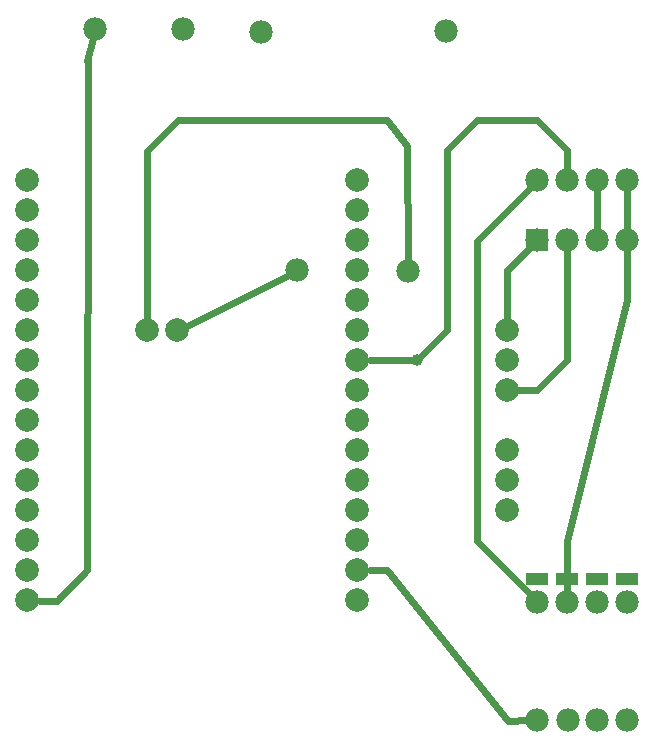
<source format=gtl>
G04 MADE WITH FRITZING*
G04 WWW.FRITZING.ORG*
G04 DOUBLE SIDED*
G04 HOLES PLATED*
G04 CONTOUR ON CENTER OF CONTOUR VECTOR*
%ASAXBY*%
%FSLAX23Y23*%
%MOIN*%
%OFA0B0*%
%SFA1.0B1.0*%
%ADD10C,0.078000*%
%ADD11C,0.078028*%
%ADD12C,0.078740*%
%ADD13C,0.039370*%
%ADD14R,0.077986X0.077944*%
%ADD15R,0.078000X0.041127*%
%ADD16C,0.024000*%
%ADD17R,0.001000X0.001000*%
%LNCOPPER1*%
G90*
G70*
G54D10*
X420Y2597D03*
X713Y2597D03*
X973Y2586D03*
X1591Y2591D03*
X1463Y1791D03*
X1095Y1792D03*
X420Y2597D03*
X713Y2597D03*
X973Y2586D03*
X1591Y2591D03*
X1463Y1791D03*
X1095Y1792D03*
G54D11*
X2195Y1892D03*
G54D10*
X2095Y1892D03*
X1995Y1892D03*
X1894Y1892D03*
G54D12*
X695Y1592D03*
X595Y1592D03*
X1795Y992D03*
X1795Y1092D03*
X1795Y1192D03*
X1795Y1392D03*
X1795Y1492D03*
X1795Y1592D03*
G54D13*
X1495Y1493D03*
G54D10*
X1895Y2092D03*
X1995Y2092D03*
X2095Y2092D03*
X2195Y2092D03*
X2195Y687D03*
X2095Y687D03*
X1995Y687D03*
X1895Y687D03*
X1895Y292D03*
X1996Y292D03*
X2094Y292D03*
X2195Y292D03*
G54D12*
X195Y2092D03*
X195Y1992D03*
X195Y1892D03*
X195Y1792D03*
X195Y1392D03*
X195Y1592D03*
X195Y1492D03*
X195Y1692D03*
X195Y792D03*
X195Y892D03*
X195Y992D03*
X195Y1192D03*
X195Y1092D03*
X195Y692D03*
X195Y1292D03*
X1295Y1892D03*
X1295Y2092D03*
X1295Y1792D03*
X1295Y992D03*
X1295Y1992D03*
X1295Y1692D03*
X1295Y792D03*
X1295Y892D03*
X1295Y692D03*
X1295Y1492D03*
X1295Y1592D03*
X1295Y1392D03*
X1295Y1292D03*
X1295Y1192D03*
X1295Y1092D03*
G54D14*
X1895Y1892D03*
G54D15*
X2195Y762D03*
X2095Y762D03*
X1995Y762D03*
X1895Y762D03*
G54D16*
X1994Y891D02*
X1994Y717D01*
D02*
X2194Y1692D02*
X1994Y891D01*
D02*
X2095Y1922D02*
X2095Y2062D01*
D02*
X2195Y1922D02*
X2195Y2062D01*
D02*
X2194Y1862D02*
X2194Y1692D01*
D02*
X295Y690D02*
X237Y691D01*
D02*
X396Y2491D02*
X394Y793D01*
D02*
X1395Y792D02*
X1336Y792D01*
D02*
X1796Y291D02*
X1395Y792D01*
D02*
X394Y793D02*
X295Y690D01*
D02*
X413Y2567D02*
X395Y2491D01*
D02*
X1864Y292D02*
X1796Y291D01*
D02*
X1894Y1393D02*
X1821Y1392D01*
D02*
X1994Y1492D02*
X1894Y1393D01*
D02*
X1995Y1862D02*
X1994Y1492D01*
D02*
X1794Y1792D02*
X1795Y1619D01*
D02*
X1873Y1871D02*
X1794Y1792D01*
D02*
X1593Y1592D02*
X1593Y2192D01*
D02*
X1593Y2192D02*
X1694Y2293D01*
D02*
X1694Y2293D02*
X1895Y2293D01*
D02*
X1508Y1506D02*
X1593Y1592D01*
D02*
X1895Y2293D02*
X1995Y2192D01*
D02*
X1995Y2192D02*
X1995Y2122D01*
D02*
X1336Y1492D02*
X1476Y1492D01*
D02*
X1695Y1891D02*
X1873Y2071D01*
D02*
X1694Y891D02*
X1695Y1891D01*
D02*
X1873Y709D02*
X1694Y891D01*
D02*
X593Y2191D02*
X594Y1619D01*
D02*
X1068Y1778D02*
X719Y1604D01*
D02*
X1461Y2208D02*
X1395Y2292D01*
D02*
X696Y2293D02*
X593Y2191D01*
D02*
X1395Y2292D02*
X696Y2293D01*
D02*
X1463Y1822D02*
X1461Y2208D01*
G54D17*
X192Y2132D02*
X196Y2132D01*
X1291Y2132D02*
X1295Y2132D01*
X186Y2131D02*
X202Y2131D01*
X1285Y2131D02*
X1301Y2131D01*
X182Y2130D02*
X206Y2130D01*
X1282Y2130D02*
X1305Y2130D01*
X180Y2129D02*
X208Y2129D01*
X1279Y2129D02*
X1307Y2129D01*
X178Y2128D02*
X210Y2128D01*
X1277Y2128D02*
X1310Y2128D01*
X176Y2127D02*
X212Y2127D01*
X1275Y2127D02*
X1312Y2127D01*
X174Y2126D02*
X214Y2126D01*
X1273Y2126D02*
X1313Y2126D01*
X172Y2125D02*
X216Y2125D01*
X1271Y2125D02*
X1315Y2125D01*
X171Y2124D02*
X217Y2124D01*
X1270Y2124D02*
X1316Y2124D01*
X170Y2123D02*
X218Y2123D01*
X1269Y2123D02*
X1318Y2123D01*
X168Y2122D02*
X220Y2122D01*
X1268Y2122D02*
X1319Y2122D01*
X167Y2121D02*
X221Y2121D01*
X1266Y2121D02*
X1320Y2121D01*
X166Y2120D02*
X222Y2120D01*
X1266Y2120D02*
X1321Y2120D01*
X165Y2119D02*
X222Y2119D01*
X1265Y2119D02*
X1322Y2119D01*
X165Y2118D02*
X223Y2118D01*
X1264Y2118D02*
X1323Y2118D01*
X164Y2117D02*
X224Y2117D01*
X1263Y2117D02*
X1323Y2117D01*
X163Y2116D02*
X225Y2116D01*
X1262Y2116D02*
X1324Y2116D01*
X162Y2115D02*
X226Y2115D01*
X1262Y2115D02*
X1325Y2115D01*
X162Y2114D02*
X226Y2114D01*
X1261Y2114D02*
X1325Y2114D01*
X161Y2113D02*
X227Y2113D01*
X1260Y2113D02*
X1326Y2113D01*
X161Y2112D02*
X191Y2112D01*
X197Y2112D02*
X227Y2112D01*
X1260Y2112D02*
X1290Y2112D01*
X1296Y2112D02*
X1327Y2112D01*
X160Y2111D02*
X187Y2111D01*
X201Y2111D02*
X228Y2111D01*
X1259Y2111D02*
X1286Y2111D01*
X1301Y2111D02*
X1327Y2111D01*
X160Y2110D02*
X185Y2110D01*
X203Y2110D02*
X228Y2110D01*
X1259Y2110D02*
X1284Y2110D01*
X1303Y2110D02*
X1327Y2110D01*
X159Y2109D02*
X183Y2109D01*
X205Y2109D02*
X229Y2109D01*
X1258Y2109D02*
X1282Y2109D01*
X1304Y2109D02*
X1328Y2109D01*
X159Y2108D02*
X182Y2108D01*
X206Y2108D02*
X229Y2108D01*
X1258Y2108D02*
X1281Y2108D01*
X1305Y2108D02*
X1328Y2108D01*
X158Y2107D02*
X181Y2107D01*
X207Y2107D02*
X230Y2107D01*
X1258Y2107D02*
X1280Y2107D01*
X1307Y2107D02*
X1329Y2107D01*
X158Y2106D02*
X180Y2106D01*
X208Y2106D02*
X230Y2106D01*
X1257Y2106D02*
X1279Y2106D01*
X1308Y2106D02*
X1329Y2106D01*
X158Y2105D02*
X179Y2105D01*
X209Y2105D02*
X230Y2105D01*
X1257Y2105D02*
X1278Y2105D01*
X1308Y2105D02*
X1330Y2105D01*
X157Y2104D02*
X178Y2104D01*
X210Y2104D02*
X231Y2104D01*
X1256Y2104D02*
X1277Y2104D01*
X1309Y2104D02*
X1330Y2104D01*
X157Y2103D02*
X177Y2103D01*
X211Y2103D02*
X231Y2103D01*
X1256Y2103D02*
X1276Y2103D01*
X1310Y2103D02*
X1330Y2103D01*
X157Y2102D02*
X177Y2102D01*
X211Y2102D02*
X231Y2102D01*
X1256Y2102D02*
X1276Y2102D01*
X1311Y2102D02*
X1330Y2102D01*
X156Y2101D02*
X176Y2101D01*
X212Y2101D02*
X231Y2101D01*
X1256Y2101D02*
X1275Y2101D01*
X1311Y2101D02*
X1331Y2101D01*
X156Y2100D02*
X176Y2100D01*
X212Y2100D02*
X232Y2100D01*
X1255Y2100D02*
X1275Y2100D01*
X1311Y2100D02*
X1331Y2100D01*
X156Y2099D02*
X175Y2099D01*
X213Y2099D02*
X232Y2099D01*
X1255Y2099D02*
X1275Y2099D01*
X1312Y2099D02*
X1331Y2099D01*
X156Y2098D02*
X175Y2098D01*
X213Y2098D02*
X232Y2098D01*
X1255Y2098D02*
X1274Y2098D01*
X1312Y2098D02*
X1331Y2098D01*
X156Y2097D02*
X175Y2097D01*
X213Y2097D02*
X232Y2097D01*
X1255Y2097D02*
X1274Y2097D01*
X1312Y2097D02*
X1331Y2097D01*
X156Y2096D02*
X175Y2096D01*
X213Y2096D02*
X232Y2096D01*
X1255Y2096D02*
X1274Y2096D01*
X1312Y2096D02*
X1331Y2096D01*
X156Y2095D02*
X175Y2095D01*
X213Y2095D02*
X232Y2095D01*
X1255Y2095D02*
X1274Y2095D01*
X1312Y2095D02*
X1331Y2095D01*
X156Y2094D02*
X175Y2094D01*
X213Y2094D02*
X232Y2094D01*
X1255Y2094D02*
X1274Y2094D01*
X1313Y2094D02*
X1331Y2094D01*
X156Y2093D02*
X175Y2093D01*
X213Y2093D02*
X232Y2093D01*
X1255Y2093D02*
X1274Y2093D01*
X1313Y2093D02*
X1332Y2093D01*
X156Y2092D02*
X175Y2092D01*
X213Y2092D02*
X232Y2092D01*
X1255Y2092D02*
X1274Y2092D01*
X1312Y2092D02*
X1331Y2092D01*
X156Y2091D02*
X175Y2091D01*
X213Y2091D02*
X232Y2091D01*
X1255Y2091D02*
X1274Y2091D01*
X1312Y2091D02*
X1331Y2091D01*
X156Y2090D02*
X175Y2090D01*
X213Y2090D02*
X232Y2090D01*
X1255Y2090D02*
X1274Y2090D01*
X1312Y2090D02*
X1331Y2090D01*
X156Y2089D02*
X175Y2089D01*
X213Y2089D02*
X232Y2089D01*
X1255Y2089D02*
X1274Y2089D01*
X1312Y2089D02*
X1331Y2089D01*
X156Y2088D02*
X175Y2088D01*
X213Y2088D02*
X232Y2088D01*
X1255Y2088D02*
X1274Y2088D01*
X1312Y2088D02*
X1331Y2088D01*
X156Y2087D02*
X175Y2087D01*
X212Y2087D02*
X232Y2087D01*
X1255Y2087D02*
X1275Y2087D01*
X1312Y2087D02*
X1331Y2087D01*
X156Y2086D02*
X176Y2086D01*
X212Y2086D02*
X232Y2086D01*
X1256Y2086D02*
X1275Y2086D01*
X1311Y2086D02*
X1331Y2086D01*
X157Y2085D02*
X176Y2085D01*
X212Y2085D02*
X231Y2085D01*
X1256Y2085D02*
X1275Y2085D01*
X1311Y2085D02*
X1331Y2085D01*
X157Y2084D02*
X177Y2084D01*
X211Y2084D02*
X231Y2084D01*
X1256Y2084D02*
X1276Y2084D01*
X1310Y2084D02*
X1330Y2084D01*
X157Y2083D02*
X177Y2083D01*
X211Y2083D02*
X231Y2083D01*
X1256Y2083D02*
X1277Y2083D01*
X1310Y2083D02*
X1330Y2083D01*
X157Y2082D02*
X178Y2082D01*
X210Y2082D02*
X231Y2082D01*
X1257Y2082D02*
X1277Y2082D01*
X1309Y2082D02*
X1330Y2082D01*
X158Y2081D02*
X179Y2081D01*
X209Y2081D02*
X230Y2081D01*
X1257Y2081D02*
X1278Y2081D01*
X1308Y2081D02*
X1329Y2081D01*
X158Y2080D02*
X180Y2080D01*
X208Y2080D02*
X230Y2080D01*
X1257Y2080D02*
X1279Y2080D01*
X1307Y2080D02*
X1329Y2080D01*
X158Y2079D02*
X181Y2079D01*
X207Y2079D02*
X229Y2079D01*
X1258Y2079D02*
X1280Y2079D01*
X1306Y2079D02*
X1329Y2079D01*
X159Y2078D02*
X182Y2078D01*
X206Y2078D02*
X229Y2078D01*
X1258Y2078D02*
X1281Y2078D01*
X1305Y2078D02*
X1328Y2078D01*
X159Y2077D02*
X183Y2077D01*
X204Y2077D02*
X229Y2077D01*
X1259Y2077D02*
X1283Y2077D01*
X1304Y2077D02*
X1328Y2077D01*
X160Y2076D02*
X185Y2076D01*
X203Y2076D02*
X228Y2076D01*
X1259Y2076D02*
X1284Y2076D01*
X1302Y2076D02*
X1327Y2076D01*
X160Y2075D02*
X188Y2075D01*
X200Y2075D02*
X228Y2075D01*
X1259Y2075D02*
X1287Y2075D01*
X1299Y2075D02*
X1327Y2075D01*
X161Y2074D02*
X227Y2074D01*
X1260Y2074D02*
X1326Y2074D01*
X161Y2073D02*
X226Y2073D01*
X1261Y2073D02*
X1326Y2073D01*
X162Y2072D02*
X226Y2072D01*
X1261Y2072D02*
X1325Y2072D01*
X163Y2071D02*
X225Y2071D01*
X1262Y2071D02*
X1324Y2071D01*
X163Y2070D02*
X225Y2070D01*
X1263Y2070D02*
X1324Y2070D01*
X164Y2069D02*
X224Y2069D01*
X1263Y2069D02*
X1323Y2069D01*
X165Y2068D02*
X223Y2068D01*
X1264Y2068D02*
X1322Y2068D01*
X166Y2067D02*
X222Y2067D01*
X1265Y2067D02*
X1321Y2067D01*
X167Y2066D02*
X221Y2066D01*
X1266Y2066D02*
X1320Y2066D01*
X168Y2065D02*
X220Y2065D01*
X1267Y2065D02*
X1319Y2065D01*
X169Y2064D02*
X219Y2064D01*
X1268Y2064D02*
X1318Y2064D01*
X170Y2063D02*
X218Y2063D01*
X1269Y2063D02*
X1317Y2063D01*
X171Y2062D02*
X216Y2062D01*
X1271Y2062D02*
X1316Y2062D01*
X173Y2061D02*
X215Y2061D01*
X1272Y2061D02*
X1314Y2061D01*
X175Y2060D02*
X213Y2060D01*
X1274Y2060D02*
X1313Y2060D01*
X176Y2059D02*
X212Y2059D01*
X1275Y2059D02*
X1311Y2059D01*
X178Y2058D02*
X210Y2058D01*
X1278Y2058D02*
X1309Y2058D01*
X181Y2057D02*
X207Y2057D01*
X1280Y2057D02*
X1306Y2057D01*
X184Y2056D02*
X204Y2056D01*
X1283Y2056D02*
X1303Y2056D01*
X188Y2055D02*
X200Y2055D01*
X1287Y2055D02*
X1299Y2055D01*
X192Y2032D02*
X196Y2032D01*
X1291Y2032D02*
X1295Y2032D01*
X186Y2031D02*
X202Y2031D01*
X1285Y2031D02*
X1301Y2031D01*
X182Y2030D02*
X206Y2030D01*
X1281Y2030D02*
X1305Y2030D01*
X180Y2029D02*
X208Y2029D01*
X1279Y2029D02*
X1308Y2029D01*
X177Y2028D02*
X210Y2028D01*
X1277Y2028D02*
X1310Y2028D01*
X175Y2027D02*
X212Y2027D01*
X1275Y2027D02*
X1312Y2027D01*
X174Y2026D02*
X214Y2026D01*
X1273Y2026D02*
X1313Y2026D01*
X172Y2025D02*
X216Y2025D01*
X1271Y2025D02*
X1315Y2025D01*
X171Y2024D02*
X217Y2024D01*
X1270Y2024D02*
X1316Y2024D01*
X169Y2023D02*
X218Y2023D01*
X1269Y2023D02*
X1318Y2023D01*
X168Y2022D02*
X220Y2022D01*
X1268Y2022D02*
X1319Y2022D01*
X167Y2021D02*
X221Y2021D01*
X1266Y2021D02*
X1320Y2021D01*
X166Y2020D02*
X222Y2020D01*
X1265Y2020D02*
X1321Y2020D01*
X165Y2019D02*
X223Y2019D01*
X1265Y2019D02*
X1322Y2019D01*
X165Y2018D02*
X223Y2018D01*
X1264Y2018D02*
X1323Y2018D01*
X164Y2017D02*
X224Y2017D01*
X1263Y2017D02*
X1323Y2017D01*
X163Y2016D02*
X225Y2016D01*
X1262Y2016D02*
X1324Y2016D01*
X162Y2015D02*
X226Y2015D01*
X1262Y2015D02*
X1325Y2015D01*
X162Y2014D02*
X226Y2014D01*
X1261Y2014D02*
X1325Y2014D01*
X161Y2013D02*
X227Y2013D01*
X1260Y2013D02*
X1326Y2013D01*
X161Y2012D02*
X191Y2012D01*
X197Y2012D02*
X227Y2012D01*
X1260Y2012D02*
X1290Y2012D01*
X1296Y2012D02*
X1327Y2012D01*
X160Y2011D02*
X186Y2011D01*
X202Y2011D02*
X228Y2011D01*
X1259Y2011D02*
X1286Y2011D01*
X1301Y2011D02*
X1327Y2011D01*
X160Y2010D02*
X184Y2010D01*
X203Y2010D02*
X228Y2010D01*
X1259Y2010D02*
X1284Y2010D01*
X1303Y2010D02*
X1327Y2010D01*
X159Y2009D02*
X183Y2009D01*
X205Y2009D02*
X229Y2009D01*
X1258Y2009D02*
X1282Y2009D01*
X1304Y2009D02*
X1328Y2009D01*
X159Y2008D02*
X182Y2008D01*
X206Y2008D02*
X229Y2008D01*
X1258Y2008D02*
X1281Y2008D01*
X1305Y2008D02*
X1328Y2008D01*
X158Y2007D02*
X180Y2007D01*
X207Y2007D02*
X230Y2007D01*
X1258Y2007D02*
X1280Y2007D01*
X1307Y2007D02*
X1329Y2007D01*
X158Y2006D02*
X180Y2006D01*
X208Y2006D02*
X230Y2006D01*
X1257Y2006D02*
X1279Y2006D01*
X1308Y2006D02*
X1329Y2006D01*
X158Y2005D02*
X179Y2005D01*
X209Y2005D02*
X230Y2005D01*
X1257Y2005D02*
X1278Y2005D01*
X1308Y2005D02*
X1330Y2005D01*
X157Y2004D02*
X178Y2004D01*
X210Y2004D02*
X231Y2004D01*
X1256Y2004D02*
X1277Y2004D01*
X1309Y2004D02*
X1330Y2004D01*
X157Y2003D02*
X177Y2003D01*
X211Y2003D02*
X231Y2003D01*
X1256Y2003D02*
X1276Y2003D01*
X1310Y2003D02*
X1330Y2003D01*
X157Y2002D02*
X177Y2002D01*
X211Y2002D02*
X231Y2002D01*
X1256Y2002D02*
X1276Y2002D01*
X1311Y2002D02*
X1330Y2002D01*
X156Y2001D02*
X176Y2001D01*
X212Y2001D02*
X231Y2001D01*
X1256Y2001D02*
X1275Y2001D01*
X1311Y2001D02*
X1331Y2001D01*
X156Y2000D02*
X176Y2000D01*
X212Y2000D02*
X232Y2000D01*
X1255Y2000D02*
X1275Y2000D01*
X1311Y2000D02*
X1331Y2000D01*
X156Y1999D02*
X175Y1999D01*
X213Y1999D02*
X232Y1999D01*
X1255Y1999D02*
X1275Y1999D01*
X1312Y1999D02*
X1331Y1999D01*
X156Y1998D02*
X175Y1998D01*
X213Y1998D02*
X232Y1998D01*
X1255Y1998D02*
X1274Y1998D01*
X1312Y1998D02*
X1331Y1998D01*
X156Y1997D02*
X175Y1997D01*
X213Y1997D02*
X232Y1997D01*
X1255Y1997D02*
X1274Y1997D01*
X1312Y1997D02*
X1331Y1997D01*
X156Y1996D02*
X175Y1996D01*
X213Y1996D02*
X232Y1996D01*
X1255Y1996D02*
X1274Y1996D01*
X1312Y1996D02*
X1331Y1996D01*
X156Y1995D02*
X175Y1995D01*
X213Y1995D02*
X232Y1995D01*
X1255Y1995D02*
X1274Y1995D01*
X1312Y1995D02*
X1331Y1995D01*
X156Y1994D02*
X175Y1994D01*
X213Y1994D02*
X232Y1994D01*
X1255Y1994D02*
X1274Y1994D01*
X1313Y1994D02*
X1331Y1994D01*
X156Y1993D02*
X175Y1993D01*
X213Y1993D02*
X232Y1993D01*
X1255Y1993D02*
X1274Y1993D01*
X1313Y1993D02*
X1332Y1993D01*
X156Y1992D02*
X175Y1992D01*
X213Y1992D02*
X232Y1992D01*
X1255Y1992D02*
X1274Y1992D01*
X1312Y1992D02*
X1331Y1992D01*
X156Y1991D02*
X175Y1991D01*
X213Y1991D02*
X232Y1991D01*
X1255Y1991D02*
X1274Y1991D01*
X1312Y1991D02*
X1331Y1991D01*
X156Y1990D02*
X175Y1990D01*
X213Y1990D02*
X232Y1990D01*
X1255Y1990D02*
X1274Y1990D01*
X1312Y1990D02*
X1331Y1990D01*
X156Y1989D02*
X175Y1989D01*
X213Y1989D02*
X232Y1989D01*
X1255Y1989D02*
X1274Y1989D01*
X1312Y1989D02*
X1331Y1989D01*
X156Y1988D02*
X175Y1988D01*
X213Y1988D02*
X232Y1988D01*
X1255Y1988D02*
X1274Y1988D01*
X1312Y1988D02*
X1331Y1988D01*
X156Y1987D02*
X175Y1987D01*
X212Y1987D02*
X232Y1987D01*
X1255Y1987D02*
X1275Y1987D01*
X1312Y1987D02*
X1331Y1987D01*
X156Y1986D02*
X176Y1986D01*
X212Y1986D02*
X232Y1986D01*
X1256Y1986D02*
X1275Y1986D01*
X1311Y1986D02*
X1331Y1986D01*
X157Y1985D02*
X176Y1985D01*
X212Y1985D02*
X231Y1985D01*
X1256Y1985D02*
X1275Y1985D01*
X1311Y1985D02*
X1331Y1985D01*
X157Y1984D02*
X177Y1984D01*
X211Y1984D02*
X231Y1984D01*
X1256Y1984D02*
X1276Y1984D01*
X1310Y1984D02*
X1330Y1984D01*
X157Y1983D02*
X177Y1983D01*
X211Y1983D02*
X231Y1983D01*
X1256Y1983D02*
X1277Y1983D01*
X1310Y1983D02*
X1330Y1983D01*
X157Y1982D02*
X178Y1982D01*
X210Y1982D02*
X231Y1982D01*
X1257Y1982D02*
X1277Y1982D01*
X1309Y1982D02*
X1330Y1982D01*
X158Y1981D02*
X179Y1981D01*
X209Y1981D02*
X230Y1981D01*
X1257Y1981D02*
X1278Y1981D01*
X1308Y1981D02*
X1329Y1981D01*
X158Y1980D02*
X180Y1980D01*
X208Y1980D02*
X230Y1980D01*
X1257Y1980D02*
X1279Y1980D01*
X1307Y1980D02*
X1329Y1980D01*
X159Y1979D02*
X181Y1979D01*
X207Y1979D02*
X229Y1979D01*
X1258Y1979D02*
X1280Y1979D01*
X1306Y1979D02*
X1329Y1979D01*
X159Y1978D02*
X182Y1978D01*
X206Y1978D02*
X229Y1978D01*
X1258Y1978D02*
X1281Y1978D01*
X1305Y1978D02*
X1328Y1978D01*
X159Y1977D02*
X184Y1977D01*
X204Y1977D02*
X229Y1977D01*
X1259Y1977D02*
X1283Y1977D01*
X1304Y1977D02*
X1328Y1977D01*
X160Y1976D02*
X185Y1976D01*
X203Y1976D02*
X228Y1976D01*
X1259Y1976D02*
X1284Y1976D01*
X1302Y1976D02*
X1327Y1976D01*
X160Y1975D02*
X188Y1975D01*
X200Y1975D02*
X228Y1975D01*
X1260Y1975D02*
X1287Y1975D01*
X1299Y1975D02*
X1327Y1975D01*
X161Y1974D02*
X227Y1974D01*
X1260Y1974D02*
X1326Y1974D01*
X161Y1973D02*
X226Y1973D01*
X1261Y1973D02*
X1326Y1973D01*
X162Y1972D02*
X226Y1972D01*
X1261Y1972D02*
X1325Y1972D01*
X163Y1971D02*
X225Y1971D01*
X1262Y1971D02*
X1324Y1971D01*
X163Y1970D02*
X225Y1970D01*
X1263Y1970D02*
X1324Y1970D01*
X164Y1969D02*
X224Y1969D01*
X1263Y1969D02*
X1323Y1969D01*
X165Y1968D02*
X223Y1968D01*
X1264Y1968D02*
X1322Y1968D01*
X166Y1967D02*
X222Y1967D01*
X1265Y1967D02*
X1321Y1967D01*
X167Y1966D02*
X221Y1966D01*
X1266Y1966D02*
X1320Y1966D01*
X168Y1965D02*
X220Y1965D01*
X1267Y1965D02*
X1319Y1965D01*
X169Y1964D02*
X219Y1964D01*
X1268Y1964D02*
X1318Y1964D01*
X170Y1963D02*
X218Y1963D01*
X1269Y1963D02*
X1317Y1963D01*
X171Y1962D02*
X216Y1962D01*
X1271Y1962D02*
X1316Y1962D01*
X173Y1961D02*
X215Y1961D01*
X1272Y1961D02*
X1314Y1961D01*
X175Y1960D02*
X213Y1960D01*
X1274Y1960D02*
X1313Y1960D01*
X176Y1959D02*
X212Y1959D01*
X1276Y1959D02*
X1311Y1959D01*
X178Y1958D02*
X209Y1958D01*
X1278Y1958D02*
X1309Y1958D01*
X181Y1957D02*
X207Y1957D01*
X1280Y1957D02*
X1306Y1957D01*
X184Y1956D02*
X204Y1956D01*
X1283Y1956D02*
X1303Y1956D01*
X188Y1955D02*
X200Y1955D01*
X1287Y1955D02*
X1299Y1955D01*
X191Y1932D02*
X197Y1932D01*
X1290Y1932D02*
X1296Y1932D01*
X186Y1931D02*
X202Y1931D01*
X1285Y1931D02*
X1302Y1931D01*
X182Y1930D02*
X206Y1930D01*
X1281Y1930D02*
X1305Y1930D01*
X180Y1929D02*
X208Y1929D01*
X1279Y1929D02*
X1308Y1929D01*
X177Y1928D02*
X211Y1928D01*
X1277Y1928D02*
X1310Y1928D01*
X175Y1927D02*
X213Y1927D01*
X1275Y1927D02*
X1312Y1927D01*
X174Y1926D02*
X214Y1926D01*
X1273Y1926D02*
X1313Y1926D01*
X172Y1925D02*
X216Y1925D01*
X1271Y1925D02*
X1315Y1925D01*
X171Y1924D02*
X217Y1924D01*
X1270Y1924D02*
X1316Y1924D01*
X169Y1923D02*
X218Y1923D01*
X1269Y1923D02*
X1318Y1923D01*
X168Y1922D02*
X220Y1922D01*
X1268Y1922D02*
X1319Y1922D01*
X167Y1921D02*
X221Y1921D01*
X1266Y1921D02*
X1320Y1921D01*
X166Y1920D02*
X222Y1920D01*
X1265Y1920D02*
X1321Y1920D01*
X165Y1919D02*
X223Y1919D01*
X1265Y1919D02*
X1322Y1919D01*
X165Y1918D02*
X223Y1918D01*
X1264Y1918D02*
X1323Y1918D01*
X164Y1917D02*
X224Y1917D01*
X1263Y1917D02*
X1323Y1917D01*
X163Y1916D02*
X225Y1916D01*
X1262Y1916D02*
X1324Y1916D01*
X162Y1915D02*
X226Y1915D01*
X1262Y1915D02*
X1325Y1915D01*
X162Y1914D02*
X226Y1914D01*
X1261Y1914D02*
X1325Y1914D01*
X161Y1913D02*
X227Y1913D01*
X1260Y1913D02*
X1326Y1913D01*
X161Y1912D02*
X190Y1912D01*
X197Y1912D02*
X227Y1912D01*
X1260Y1912D02*
X1290Y1912D01*
X1297Y1912D02*
X1327Y1912D01*
X160Y1911D02*
X186Y1911D01*
X202Y1911D02*
X228Y1911D01*
X1259Y1911D02*
X1286Y1911D01*
X1301Y1911D02*
X1327Y1911D01*
X160Y1910D02*
X184Y1910D01*
X204Y1910D02*
X228Y1910D01*
X1259Y1910D02*
X1284Y1910D01*
X1303Y1910D02*
X1328Y1910D01*
X159Y1909D02*
X183Y1909D01*
X205Y1909D02*
X229Y1909D01*
X1258Y1909D02*
X1282Y1909D01*
X1304Y1909D02*
X1328Y1909D01*
X159Y1908D02*
X182Y1908D01*
X206Y1908D02*
X229Y1908D01*
X1258Y1908D02*
X1281Y1908D01*
X1306Y1908D02*
X1328Y1908D01*
X158Y1907D02*
X180Y1907D01*
X207Y1907D02*
X230Y1907D01*
X1258Y1907D02*
X1280Y1907D01*
X1307Y1907D02*
X1329Y1907D01*
X158Y1906D02*
X179Y1906D01*
X208Y1906D02*
X230Y1906D01*
X1257Y1906D02*
X1279Y1906D01*
X1308Y1906D02*
X1329Y1906D01*
X158Y1905D02*
X179Y1905D01*
X209Y1905D02*
X230Y1905D01*
X1257Y1905D02*
X1278Y1905D01*
X1308Y1905D02*
X1330Y1905D01*
X157Y1904D02*
X178Y1904D01*
X210Y1904D02*
X231Y1904D01*
X1256Y1904D02*
X1277Y1904D01*
X1309Y1904D02*
X1330Y1904D01*
X157Y1903D02*
X177Y1903D01*
X211Y1903D02*
X231Y1903D01*
X1256Y1903D02*
X1276Y1903D01*
X1310Y1903D02*
X1330Y1903D01*
X157Y1902D02*
X177Y1902D01*
X211Y1902D02*
X231Y1902D01*
X1256Y1902D02*
X1276Y1902D01*
X1311Y1902D02*
X1330Y1902D01*
X156Y1901D02*
X176Y1901D01*
X212Y1901D02*
X231Y1901D01*
X1256Y1901D02*
X1275Y1901D01*
X1311Y1901D02*
X1331Y1901D01*
X156Y1900D02*
X176Y1900D01*
X212Y1900D02*
X232Y1900D01*
X1255Y1900D02*
X1275Y1900D01*
X1311Y1900D02*
X1331Y1900D01*
X156Y1899D02*
X175Y1899D01*
X213Y1899D02*
X232Y1899D01*
X1255Y1899D02*
X1275Y1899D01*
X1312Y1899D02*
X1331Y1899D01*
X156Y1898D02*
X175Y1898D01*
X213Y1898D02*
X232Y1898D01*
X1255Y1898D02*
X1274Y1898D01*
X1312Y1898D02*
X1331Y1898D01*
X156Y1897D02*
X175Y1897D01*
X213Y1897D02*
X232Y1897D01*
X1255Y1897D02*
X1274Y1897D01*
X1312Y1897D02*
X1331Y1897D01*
X156Y1896D02*
X175Y1896D01*
X213Y1896D02*
X232Y1896D01*
X1255Y1896D02*
X1274Y1896D01*
X1312Y1896D02*
X1331Y1896D01*
X156Y1895D02*
X175Y1895D01*
X213Y1895D02*
X232Y1895D01*
X1255Y1895D02*
X1274Y1895D01*
X1312Y1895D02*
X1331Y1895D01*
X156Y1894D02*
X175Y1894D01*
X213Y1894D02*
X232Y1894D01*
X1255Y1894D02*
X1274Y1894D01*
X1313Y1894D02*
X1331Y1894D01*
X156Y1893D02*
X175Y1893D01*
X213Y1893D02*
X232Y1893D01*
X1255Y1893D02*
X1274Y1893D01*
X1313Y1893D02*
X1332Y1893D01*
X156Y1892D02*
X175Y1892D01*
X213Y1892D02*
X232Y1892D01*
X1255Y1892D02*
X1274Y1892D01*
X1312Y1892D02*
X1331Y1892D01*
X156Y1891D02*
X175Y1891D01*
X213Y1891D02*
X232Y1891D01*
X1255Y1891D02*
X1274Y1891D01*
X1312Y1891D02*
X1331Y1891D01*
X156Y1890D02*
X175Y1890D01*
X213Y1890D02*
X232Y1890D01*
X1255Y1890D02*
X1274Y1890D01*
X1312Y1890D02*
X1331Y1890D01*
X156Y1889D02*
X175Y1889D01*
X213Y1889D02*
X232Y1889D01*
X1255Y1889D02*
X1274Y1889D01*
X1312Y1889D02*
X1331Y1889D01*
X156Y1888D02*
X175Y1888D01*
X213Y1888D02*
X232Y1888D01*
X1255Y1888D02*
X1274Y1888D01*
X1312Y1888D02*
X1331Y1888D01*
X156Y1887D02*
X175Y1887D01*
X212Y1887D02*
X232Y1887D01*
X1255Y1887D02*
X1275Y1887D01*
X1312Y1887D02*
X1331Y1887D01*
X156Y1886D02*
X176Y1886D01*
X212Y1886D02*
X232Y1886D01*
X1256Y1886D02*
X1275Y1886D01*
X1311Y1886D02*
X1331Y1886D01*
X157Y1885D02*
X176Y1885D01*
X212Y1885D02*
X231Y1885D01*
X1256Y1885D02*
X1275Y1885D01*
X1311Y1885D02*
X1331Y1885D01*
X157Y1884D02*
X177Y1884D01*
X211Y1884D02*
X231Y1884D01*
X1256Y1884D02*
X1276Y1884D01*
X1310Y1884D02*
X1330Y1884D01*
X157Y1883D02*
X177Y1883D01*
X210Y1883D02*
X231Y1883D01*
X1256Y1883D02*
X1277Y1883D01*
X1310Y1883D02*
X1330Y1883D01*
X157Y1882D02*
X178Y1882D01*
X210Y1882D02*
X231Y1882D01*
X1257Y1882D02*
X1277Y1882D01*
X1309Y1882D02*
X1330Y1882D01*
X158Y1881D02*
X179Y1881D01*
X209Y1881D02*
X230Y1881D01*
X1257Y1881D02*
X1278Y1881D01*
X1308Y1881D02*
X1329Y1881D01*
X158Y1880D02*
X180Y1880D01*
X208Y1880D02*
X230Y1880D01*
X1257Y1880D02*
X1279Y1880D01*
X1307Y1880D02*
X1329Y1880D01*
X159Y1879D02*
X181Y1879D01*
X207Y1879D02*
X229Y1879D01*
X1258Y1879D02*
X1280Y1879D01*
X1306Y1879D02*
X1329Y1879D01*
X159Y1878D02*
X182Y1878D01*
X206Y1878D02*
X229Y1878D01*
X1258Y1878D02*
X1281Y1878D01*
X1305Y1878D02*
X1328Y1878D01*
X159Y1877D02*
X184Y1877D01*
X204Y1877D02*
X229Y1877D01*
X1259Y1877D02*
X1283Y1877D01*
X1304Y1877D02*
X1328Y1877D01*
X160Y1876D02*
X185Y1876D01*
X203Y1876D02*
X228Y1876D01*
X1259Y1876D02*
X1285Y1876D01*
X1302Y1876D02*
X1327Y1876D01*
X160Y1875D02*
X188Y1875D01*
X200Y1875D02*
X228Y1875D01*
X1260Y1875D02*
X1287Y1875D01*
X1299Y1875D02*
X1327Y1875D01*
X161Y1874D02*
X227Y1874D01*
X1260Y1874D02*
X1326Y1874D01*
X161Y1873D02*
X226Y1873D01*
X1261Y1873D02*
X1326Y1873D01*
X162Y1872D02*
X226Y1872D01*
X1261Y1872D02*
X1325Y1872D01*
X163Y1871D02*
X225Y1871D01*
X1262Y1871D02*
X1324Y1871D01*
X163Y1870D02*
X224Y1870D01*
X1263Y1870D02*
X1324Y1870D01*
X164Y1869D02*
X224Y1869D01*
X1263Y1869D02*
X1323Y1869D01*
X165Y1868D02*
X223Y1868D01*
X1264Y1868D02*
X1322Y1868D01*
X166Y1867D02*
X222Y1867D01*
X1265Y1867D02*
X1321Y1867D01*
X167Y1866D02*
X221Y1866D01*
X1266Y1866D02*
X1320Y1866D01*
X168Y1865D02*
X220Y1865D01*
X1267Y1865D02*
X1319Y1865D01*
X169Y1864D02*
X219Y1864D01*
X1268Y1864D02*
X1318Y1864D01*
X170Y1863D02*
X218Y1863D01*
X1269Y1863D02*
X1317Y1863D01*
X172Y1862D02*
X216Y1862D01*
X1271Y1862D02*
X1316Y1862D01*
X173Y1861D02*
X215Y1861D01*
X1272Y1861D02*
X1314Y1861D01*
X175Y1860D02*
X213Y1860D01*
X1274Y1860D02*
X1312Y1860D01*
X176Y1859D02*
X212Y1859D01*
X1276Y1859D02*
X1311Y1859D01*
X179Y1858D02*
X209Y1858D01*
X1278Y1858D02*
X1309Y1858D01*
X181Y1857D02*
X207Y1857D01*
X1280Y1857D02*
X1306Y1857D01*
X184Y1856D02*
X204Y1856D01*
X1283Y1856D02*
X1303Y1856D01*
X188Y1855D02*
X200Y1855D01*
X1287Y1855D02*
X1299Y1855D01*
X191Y1832D02*
X197Y1832D01*
X1290Y1832D02*
X1296Y1832D01*
X185Y1831D02*
X202Y1831D01*
X1285Y1831D02*
X1302Y1831D01*
X182Y1830D02*
X206Y1830D01*
X1281Y1830D02*
X1305Y1830D01*
X179Y1829D02*
X208Y1829D01*
X1279Y1829D02*
X1308Y1829D01*
X177Y1828D02*
X211Y1828D01*
X1277Y1828D02*
X1310Y1828D01*
X175Y1827D02*
X213Y1827D01*
X1275Y1827D02*
X1312Y1827D01*
X174Y1826D02*
X214Y1826D01*
X1273Y1826D02*
X1313Y1826D01*
X172Y1825D02*
X216Y1825D01*
X1271Y1825D02*
X1315Y1825D01*
X171Y1824D02*
X217Y1824D01*
X1270Y1824D02*
X1316Y1824D01*
X169Y1823D02*
X219Y1823D01*
X1269Y1823D02*
X1318Y1823D01*
X168Y1822D02*
X220Y1822D01*
X1267Y1822D02*
X1319Y1822D01*
X167Y1821D02*
X221Y1821D01*
X1266Y1821D02*
X1320Y1821D01*
X166Y1820D02*
X222Y1820D01*
X1265Y1820D02*
X1321Y1820D01*
X165Y1819D02*
X223Y1819D01*
X1265Y1819D02*
X1322Y1819D01*
X164Y1818D02*
X223Y1818D01*
X1264Y1818D02*
X1323Y1818D01*
X164Y1817D02*
X224Y1817D01*
X1263Y1817D02*
X1323Y1817D01*
X163Y1816D02*
X225Y1816D01*
X1262Y1816D02*
X1324Y1816D01*
X162Y1815D02*
X226Y1815D01*
X1262Y1815D02*
X1325Y1815D01*
X162Y1814D02*
X226Y1814D01*
X1261Y1814D02*
X1325Y1814D01*
X161Y1813D02*
X227Y1813D01*
X1260Y1813D02*
X1326Y1813D01*
X161Y1812D02*
X190Y1812D01*
X198Y1812D02*
X227Y1812D01*
X1260Y1812D02*
X1289Y1812D01*
X1297Y1812D02*
X1327Y1812D01*
X160Y1811D02*
X186Y1811D01*
X202Y1811D02*
X228Y1811D01*
X1259Y1811D02*
X1285Y1811D01*
X1301Y1811D02*
X1327Y1811D01*
X160Y1810D02*
X184Y1810D01*
X204Y1810D02*
X228Y1810D01*
X1259Y1810D02*
X1284Y1810D01*
X1303Y1810D02*
X1328Y1810D01*
X159Y1809D02*
X183Y1809D01*
X205Y1809D02*
X229Y1809D01*
X1258Y1809D02*
X1282Y1809D01*
X1304Y1809D02*
X1328Y1809D01*
X159Y1808D02*
X182Y1808D01*
X206Y1808D02*
X229Y1808D01*
X1258Y1808D02*
X1281Y1808D01*
X1306Y1808D02*
X1328Y1808D01*
X158Y1807D02*
X180Y1807D01*
X208Y1807D02*
X230Y1807D01*
X1257Y1807D02*
X1280Y1807D01*
X1307Y1807D02*
X1329Y1807D01*
X158Y1806D02*
X179Y1806D01*
X208Y1806D02*
X230Y1806D01*
X1257Y1806D02*
X1279Y1806D01*
X1308Y1806D02*
X1329Y1806D01*
X158Y1805D02*
X179Y1805D01*
X209Y1805D02*
X230Y1805D01*
X1257Y1805D02*
X1278Y1805D01*
X1309Y1805D02*
X1330Y1805D01*
X157Y1804D02*
X178Y1804D01*
X210Y1804D02*
X231Y1804D01*
X1256Y1804D02*
X1277Y1804D01*
X1309Y1804D02*
X1330Y1804D01*
X157Y1803D02*
X177Y1803D01*
X211Y1803D02*
X231Y1803D01*
X1256Y1803D02*
X1276Y1803D01*
X1310Y1803D02*
X1330Y1803D01*
X157Y1802D02*
X177Y1802D01*
X211Y1802D02*
X231Y1802D01*
X1256Y1802D02*
X1276Y1802D01*
X1311Y1802D02*
X1330Y1802D01*
X156Y1801D02*
X176Y1801D01*
X212Y1801D02*
X231Y1801D01*
X1256Y1801D02*
X1275Y1801D01*
X1311Y1801D02*
X1331Y1801D01*
X156Y1800D02*
X176Y1800D01*
X212Y1800D02*
X232Y1800D01*
X1255Y1800D02*
X1275Y1800D01*
X1311Y1800D02*
X1331Y1800D01*
X156Y1799D02*
X175Y1799D01*
X213Y1799D02*
X232Y1799D01*
X1255Y1799D02*
X1275Y1799D01*
X1312Y1799D02*
X1331Y1799D01*
X156Y1798D02*
X175Y1798D01*
X213Y1798D02*
X232Y1798D01*
X1255Y1798D02*
X1274Y1798D01*
X1312Y1798D02*
X1331Y1798D01*
X156Y1797D02*
X175Y1797D01*
X213Y1797D02*
X232Y1797D01*
X1255Y1797D02*
X1274Y1797D01*
X1312Y1797D02*
X1331Y1797D01*
X156Y1796D02*
X175Y1796D01*
X213Y1796D02*
X232Y1796D01*
X1255Y1796D02*
X1274Y1796D01*
X1312Y1796D02*
X1331Y1796D01*
X156Y1795D02*
X175Y1795D01*
X213Y1795D02*
X232Y1795D01*
X1255Y1795D02*
X1274Y1795D01*
X1312Y1795D02*
X1331Y1795D01*
X156Y1794D02*
X175Y1794D01*
X213Y1794D02*
X232Y1794D01*
X1255Y1794D02*
X1274Y1794D01*
X1313Y1794D02*
X1331Y1794D01*
X156Y1793D02*
X175Y1793D01*
X213Y1793D02*
X232Y1793D01*
X1255Y1793D02*
X1274Y1793D01*
X1313Y1793D02*
X1332Y1793D01*
X156Y1792D02*
X175Y1792D01*
X213Y1792D02*
X232Y1792D01*
X1255Y1792D02*
X1274Y1792D01*
X1312Y1792D02*
X1331Y1792D01*
X156Y1791D02*
X175Y1791D01*
X213Y1791D02*
X232Y1791D01*
X1255Y1791D02*
X1274Y1791D01*
X1312Y1791D02*
X1331Y1791D01*
X156Y1790D02*
X175Y1790D01*
X213Y1790D02*
X232Y1790D01*
X1255Y1790D02*
X1274Y1790D01*
X1312Y1790D02*
X1331Y1790D01*
X156Y1789D02*
X175Y1789D01*
X213Y1789D02*
X232Y1789D01*
X1255Y1789D02*
X1274Y1789D01*
X1312Y1789D02*
X1331Y1789D01*
X156Y1788D02*
X175Y1788D01*
X213Y1788D02*
X232Y1788D01*
X1255Y1788D02*
X1274Y1788D01*
X1312Y1788D02*
X1331Y1788D01*
X156Y1787D02*
X176Y1787D01*
X212Y1787D02*
X232Y1787D01*
X1255Y1787D02*
X1275Y1787D01*
X1312Y1787D02*
X1331Y1787D01*
X156Y1786D02*
X176Y1786D01*
X212Y1786D02*
X232Y1786D01*
X1256Y1786D02*
X1275Y1786D01*
X1311Y1786D02*
X1331Y1786D01*
X157Y1785D02*
X176Y1785D01*
X212Y1785D02*
X231Y1785D01*
X1256Y1785D02*
X1276Y1785D01*
X1311Y1785D02*
X1330Y1785D01*
X157Y1784D02*
X177Y1784D01*
X211Y1784D02*
X231Y1784D01*
X1256Y1784D02*
X1276Y1784D01*
X1310Y1784D02*
X1330Y1784D01*
X157Y1783D02*
X177Y1783D01*
X210Y1783D02*
X231Y1783D01*
X1256Y1783D02*
X1277Y1783D01*
X1310Y1783D02*
X1330Y1783D01*
X157Y1782D02*
X178Y1782D01*
X210Y1782D02*
X230Y1782D01*
X1257Y1782D02*
X1277Y1782D01*
X1309Y1782D02*
X1330Y1782D01*
X158Y1781D02*
X179Y1781D01*
X209Y1781D02*
X230Y1781D01*
X1257Y1781D02*
X1278Y1781D01*
X1308Y1781D02*
X1329Y1781D01*
X158Y1780D02*
X180Y1780D01*
X208Y1780D02*
X230Y1780D01*
X1257Y1780D02*
X1279Y1780D01*
X1307Y1780D02*
X1329Y1780D01*
X159Y1779D02*
X181Y1779D01*
X207Y1779D02*
X229Y1779D01*
X1258Y1779D02*
X1280Y1779D01*
X1306Y1779D02*
X1329Y1779D01*
X159Y1778D02*
X182Y1778D01*
X206Y1778D02*
X229Y1778D01*
X1258Y1778D02*
X1281Y1778D01*
X1305Y1778D02*
X1328Y1778D01*
X159Y1777D02*
X184Y1777D01*
X204Y1777D02*
X229Y1777D01*
X1259Y1777D02*
X1283Y1777D01*
X1303Y1777D02*
X1328Y1777D01*
X160Y1776D02*
X185Y1776D01*
X203Y1776D02*
X228Y1776D01*
X1259Y1776D02*
X1285Y1776D01*
X1302Y1776D02*
X1327Y1776D01*
X160Y1775D02*
X188Y1775D01*
X200Y1775D02*
X228Y1775D01*
X1260Y1775D02*
X1287Y1775D01*
X1299Y1775D02*
X1327Y1775D01*
X161Y1774D02*
X227Y1774D01*
X1260Y1774D02*
X1326Y1774D01*
X162Y1773D02*
X226Y1773D01*
X1261Y1773D02*
X1326Y1773D01*
X162Y1772D02*
X226Y1772D01*
X1261Y1772D02*
X1325Y1772D01*
X163Y1771D02*
X225Y1771D01*
X1262Y1771D02*
X1324Y1771D01*
X163Y1770D02*
X224Y1770D01*
X1263Y1770D02*
X1324Y1770D01*
X164Y1769D02*
X224Y1769D01*
X1263Y1769D02*
X1323Y1769D01*
X165Y1768D02*
X223Y1768D01*
X1264Y1768D02*
X1322Y1768D01*
X166Y1767D02*
X222Y1767D01*
X1265Y1767D02*
X1321Y1767D01*
X167Y1766D02*
X221Y1766D01*
X1266Y1766D02*
X1320Y1766D01*
X168Y1765D02*
X220Y1765D01*
X1267Y1765D02*
X1319Y1765D01*
X169Y1764D02*
X219Y1764D01*
X1268Y1764D02*
X1318Y1764D01*
X170Y1763D02*
X218Y1763D01*
X1269Y1763D02*
X1317Y1763D01*
X172Y1762D02*
X216Y1762D01*
X1271Y1762D02*
X1316Y1762D01*
X173Y1761D02*
X215Y1761D01*
X1272Y1761D02*
X1314Y1761D01*
X175Y1760D02*
X213Y1760D01*
X1274Y1760D02*
X1312Y1760D01*
X177Y1759D02*
X211Y1759D01*
X1276Y1759D02*
X1311Y1759D01*
X179Y1758D02*
X209Y1758D01*
X1278Y1758D02*
X1309Y1758D01*
X181Y1757D02*
X207Y1757D01*
X1280Y1757D02*
X1306Y1757D01*
X184Y1756D02*
X204Y1756D01*
X1283Y1756D02*
X1303Y1756D01*
X188Y1755D02*
X200Y1755D01*
X1287Y1755D02*
X1299Y1755D01*
X190Y1732D02*
X197Y1732D01*
X1290Y1732D02*
X1297Y1732D01*
X185Y1731D02*
X203Y1731D01*
X1285Y1731D02*
X1302Y1731D01*
X182Y1730D02*
X206Y1730D01*
X1281Y1730D02*
X1305Y1730D01*
X179Y1729D02*
X209Y1729D01*
X1279Y1729D02*
X1308Y1729D01*
X177Y1728D02*
X211Y1728D01*
X1276Y1728D02*
X1310Y1728D01*
X175Y1727D02*
X213Y1727D01*
X1274Y1727D02*
X1312Y1727D01*
X174Y1726D02*
X214Y1726D01*
X1273Y1726D02*
X1313Y1726D01*
X172Y1725D02*
X216Y1725D01*
X1271Y1725D02*
X1315Y1725D01*
X171Y1724D02*
X217Y1724D01*
X1270Y1724D02*
X1316Y1724D01*
X169Y1723D02*
X219Y1723D01*
X1269Y1723D02*
X1318Y1723D01*
X168Y1722D02*
X220Y1722D01*
X1267Y1722D02*
X1319Y1722D01*
X167Y1721D02*
X221Y1721D01*
X1266Y1721D02*
X1320Y1721D01*
X166Y1720D02*
X222Y1720D01*
X1265Y1720D02*
X1321Y1720D01*
X165Y1719D02*
X223Y1719D01*
X1264Y1719D02*
X1322Y1719D01*
X164Y1718D02*
X223Y1718D01*
X1264Y1718D02*
X1323Y1718D01*
X164Y1717D02*
X224Y1717D01*
X1263Y1717D02*
X1323Y1717D01*
X163Y1716D02*
X225Y1716D01*
X1262Y1716D02*
X1324Y1716D01*
X162Y1715D02*
X226Y1715D01*
X1261Y1715D02*
X1325Y1715D01*
X162Y1714D02*
X226Y1714D01*
X1261Y1714D02*
X1325Y1714D01*
X161Y1713D02*
X227Y1713D01*
X1260Y1713D02*
X1326Y1713D01*
X161Y1712D02*
X190Y1712D01*
X198Y1712D02*
X227Y1712D01*
X1260Y1712D02*
X1289Y1712D01*
X1297Y1712D02*
X1327Y1712D01*
X160Y1711D02*
X186Y1711D01*
X202Y1711D02*
X228Y1711D01*
X1259Y1711D02*
X1285Y1711D01*
X1301Y1711D02*
X1327Y1711D01*
X160Y1710D02*
X184Y1710D01*
X204Y1710D02*
X228Y1710D01*
X1259Y1710D02*
X1283Y1710D01*
X1303Y1710D02*
X1328Y1710D01*
X159Y1709D02*
X183Y1709D01*
X205Y1709D02*
X229Y1709D01*
X1258Y1709D02*
X1282Y1709D01*
X1304Y1709D02*
X1328Y1709D01*
X159Y1708D02*
X182Y1708D01*
X206Y1708D02*
X229Y1708D01*
X1258Y1708D02*
X1281Y1708D01*
X1306Y1708D02*
X1328Y1708D01*
X158Y1707D02*
X180Y1707D01*
X208Y1707D02*
X230Y1707D01*
X1257Y1707D02*
X1280Y1707D01*
X1307Y1707D02*
X1329Y1707D01*
X158Y1706D02*
X179Y1706D01*
X208Y1706D02*
X230Y1706D01*
X1257Y1706D02*
X1279Y1706D01*
X1308Y1706D02*
X1329Y1706D01*
X158Y1705D02*
X179Y1705D01*
X209Y1705D02*
X230Y1705D01*
X1257Y1705D02*
X1278Y1705D01*
X1309Y1705D02*
X1330Y1705D01*
X157Y1704D02*
X178Y1704D01*
X210Y1704D02*
X231Y1704D01*
X1256Y1704D02*
X1277Y1704D01*
X1309Y1704D02*
X1330Y1704D01*
X157Y1703D02*
X177Y1703D01*
X211Y1703D02*
X231Y1703D01*
X1256Y1703D02*
X1276Y1703D01*
X1310Y1703D02*
X1330Y1703D01*
X157Y1702D02*
X177Y1702D01*
X211Y1702D02*
X231Y1702D01*
X1256Y1702D02*
X1276Y1702D01*
X1311Y1702D02*
X1330Y1702D01*
X156Y1701D02*
X176Y1701D01*
X212Y1701D02*
X231Y1701D01*
X1256Y1701D02*
X1275Y1701D01*
X1311Y1701D02*
X1331Y1701D01*
X156Y1700D02*
X176Y1700D01*
X212Y1700D02*
X232Y1700D01*
X1255Y1700D02*
X1275Y1700D01*
X1311Y1700D02*
X1331Y1700D01*
X156Y1699D02*
X175Y1699D01*
X213Y1699D02*
X232Y1699D01*
X1255Y1699D02*
X1275Y1699D01*
X1312Y1699D02*
X1331Y1699D01*
X156Y1698D02*
X175Y1698D01*
X213Y1698D02*
X232Y1698D01*
X1255Y1698D02*
X1274Y1698D01*
X1312Y1698D02*
X1331Y1698D01*
X156Y1697D02*
X175Y1697D01*
X213Y1697D02*
X232Y1697D01*
X1255Y1697D02*
X1274Y1697D01*
X1312Y1697D02*
X1331Y1697D01*
X156Y1696D02*
X175Y1696D01*
X213Y1696D02*
X232Y1696D01*
X1255Y1696D02*
X1274Y1696D01*
X1312Y1696D02*
X1331Y1696D01*
X156Y1695D02*
X175Y1695D01*
X213Y1695D02*
X232Y1695D01*
X1255Y1695D02*
X1274Y1695D01*
X1312Y1695D02*
X1331Y1695D01*
X156Y1694D02*
X175Y1694D01*
X213Y1694D02*
X232Y1694D01*
X1255Y1694D02*
X1274Y1694D01*
X1313Y1694D02*
X1331Y1694D01*
X156Y1693D02*
X175Y1693D01*
X213Y1693D02*
X232Y1693D01*
X1255Y1693D02*
X1274Y1693D01*
X1313Y1693D02*
X1332Y1693D01*
X156Y1692D02*
X175Y1692D01*
X213Y1692D02*
X232Y1692D01*
X1255Y1692D02*
X1274Y1692D01*
X1312Y1692D02*
X1331Y1692D01*
X156Y1691D02*
X175Y1691D01*
X213Y1691D02*
X232Y1691D01*
X1255Y1691D02*
X1274Y1691D01*
X1312Y1691D02*
X1331Y1691D01*
X156Y1690D02*
X175Y1690D01*
X213Y1690D02*
X232Y1690D01*
X1255Y1690D02*
X1274Y1690D01*
X1312Y1690D02*
X1331Y1690D01*
X156Y1689D02*
X175Y1689D01*
X213Y1689D02*
X232Y1689D01*
X1255Y1689D02*
X1274Y1689D01*
X1312Y1689D02*
X1331Y1689D01*
X156Y1688D02*
X175Y1688D01*
X213Y1688D02*
X232Y1688D01*
X1255Y1688D02*
X1274Y1688D01*
X1312Y1688D02*
X1331Y1688D01*
X156Y1687D02*
X176Y1687D01*
X212Y1687D02*
X232Y1687D01*
X1255Y1687D02*
X1275Y1687D01*
X1312Y1687D02*
X1331Y1687D01*
X156Y1686D02*
X176Y1686D01*
X212Y1686D02*
X232Y1686D01*
X1256Y1686D02*
X1275Y1686D01*
X1311Y1686D02*
X1331Y1686D01*
X157Y1685D02*
X176Y1685D01*
X212Y1685D02*
X231Y1685D01*
X1256Y1685D02*
X1276Y1685D01*
X1311Y1685D02*
X1330Y1685D01*
X157Y1684D02*
X177Y1684D01*
X211Y1684D02*
X231Y1684D01*
X1256Y1684D02*
X1276Y1684D01*
X1310Y1684D02*
X1330Y1684D01*
X157Y1683D02*
X177Y1683D01*
X210Y1683D02*
X231Y1683D01*
X1256Y1683D02*
X1277Y1683D01*
X1310Y1683D02*
X1330Y1683D01*
X157Y1682D02*
X178Y1682D01*
X210Y1682D02*
X230Y1682D01*
X1257Y1682D02*
X1277Y1682D01*
X1309Y1682D02*
X1330Y1682D01*
X158Y1681D02*
X179Y1681D01*
X209Y1681D02*
X230Y1681D01*
X1257Y1681D02*
X1278Y1681D01*
X1308Y1681D02*
X1329Y1681D01*
X158Y1680D02*
X180Y1680D01*
X208Y1680D02*
X230Y1680D01*
X1257Y1680D02*
X1279Y1680D01*
X1307Y1680D02*
X1329Y1680D01*
X159Y1679D02*
X181Y1679D01*
X207Y1679D02*
X229Y1679D01*
X1258Y1679D02*
X1280Y1679D01*
X1306Y1679D02*
X1329Y1679D01*
X159Y1678D02*
X182Y1678D01*
X206Y1678D02*
X229Y1678D01*
X1258Y1678D02*
X1282Y1678D01*
X1305Y1678D02*
X1328Y1678D01*
X159Y1677D02*
X184Y1677D01*
X204Y1677D02*
X229Y1677D01*
X1259Y1677D02*
X1283Y1677D01*
X1303Y1677D02*
X1328Y1677D01*
X160Y1676D02*
X185Y1676D01*
X202Y1676D02*
X228Y1676D01*
X1259Y1676D02*
X1285Y1676D01*
X1302Y1676D02*
X1327Y1676D01*
X160Y1675D02*
X188Y1675D01*
X200Y1675D02*
X228Y1675D01*
X1260Y1675D02*
X1288Y1675D01*
X1299Y1675D02*
X1327Y1675D01*
X161Y1674D02*
X227Y1674D01*
X1260Y1674D02*
X1326Y1674D01*
X162Y1673D02*
X226Y1673D01*
X1261Y1673D02*
X1326Y1673D01*
X162Y1672D02*
X226Y1672D01*
X1261Y1672D02*
X1325Y1672D01*
X163Y1671D02*
X225Y1671D01*
X1262Y1671D02*
X1324Y1671D01*
X163Y1670D02*
X224Y1670D01*
X1263Y1670D02*
X1324Y1670D01*
X164Y1669D02*
X224Y1669D01*
X1263Y1669D02*
X1323Y1669D01*
X165Y1668D02*
X223Y1668D01*
X1264Y1668D02*
X1322Y1668D01*
X166Y1667D02*
X222Y1667D01*
X1265Y1667D02*
X1321Y1667D01*
X167Y1666D02*
X221Y1666D01*
X1266Y1666D02*
X1320Y1666D01*
X168Y1665D02*
X220Y1665D01*
X1267Y1665D02*
X1319Y1665D01*
X169Y1664D02*
X219Y1664D01*
X1268Y1664D02*
X1318Y1664D01*
X170Y1663D02*
X218Y1663D01*
X1269Y1663D02*
X1317Y1663D01*
X172Y1662D02*
X216Y1662D01*
X1271Y1662D02*
X1316Y1662D01*
X173Y1661D02*
X215Y1661D01*
X1272Y1661D02*
X1314Y1661D01*
X175Y1660D02*
X213Y1660D01*
X1274Y1660D02*
X1312Y1660D01*
X177Y1659D02*
X211Y1659D01*
X1276Y1659D02*
X1311Y1659D01*
X179Y1658D02*
X209Y1658D01*
X1278Y1658D02*
X1308Y1658D01*
X181Y1657D02*
X207Y1657D01*
X1280Y1657D02*
X1306Y1657D01*
X184Y1656D02*
X204Y1656D01*
X1283Y1656D02*
X1303Y1656D01*
X188Y1655D02*
X199Y1655D01*
X1288Y1655D02*
X1299Y1655D01*
X190Y1632D02*
X198Y1632D01*
X1289Y1632D02*
X1297Y1632D01*
X185Y1631D02*
X203Y1631D01*
X1284Y1631D02*
X1302Y1631D01*
X182Y1630D02*
X206Y1630D01*
X1281Y1630D02*
X1305Y1630D01*
X179Y1629D02*
X209Y1629D01*
X1278Y1629D02*
X1308Y1629D01*
X177Y1628D02*
X211Y1628D01*
X1276Y1628D02*
X1310Y1628D01*
X175Y1627D02*
X213Y1627D01*
X1274Y1627D02*
X1312Y1627D01*
X174Y1626D02*
X214Y1626D01*
X1273Y1626D02*
X1314Y1626D01*
X172Y1625D02*
X216Y1625D01*
X1271Y1625D02*
X1315Y1625D01*
X171Y1624D02*
X217Y1624D01*
X1270Y1624D02*
X1316Y1624D01*
X169Y1623D02*
X219Y1623D01*
X1269Y1623D02*
X1318Y1623D01*
X168Y1622D02*
X220Y1622D01*
X1267Y1622D02*
X1319Y1622D01*
X167Y1621D02*
X221Y1621D01*
X1266Y1621D02*
X1320Y1621D01*
X166Y1620D02*
X222Y1620D01*
X1265Y1620D02*
X1321Y1620D01*
X165Y1619D02*
X223Y1619D01*
X1264Y1619D02*
X1322Y1619D01*
X164Y1618D02*
X223Y1618D01*
X1264Y1618D02*
X1323Y1618D01*
X164Y1617D02*
X224Y1617D01*
X1263Y1617D02*
X1323Y1617D01*
X163Y1616D02*
X225Y1616D01*
X1262Y1616D02*
X1324Y1616D01*
X162Y1615D02*
X226Y1615D01*
X1261Y1615D02*
X1325Y1615D01*
X162Y1614D02*
X226Y1614D01*
X1261Y1614D02*
X1325Y1614D01*
X161Y1613D02*
X227Y1613D01*
X1260Y1613D02*
X1326Y1613D01*
X161Y1612D02*
X189Y1612D01*
X198Y1612D02*
X227Y1612D01*
X1260Y1612D02*
X1289Y1612D01*
X1298Y1612D02*
X1327Y1612D01*
X160Y1611D02*
X186Y1611D01*
X202Y1611D02*
X228Y1611D01*
X1259Y1611D02*
X1285Y1611D01*
X1301Y1611D02*
X1327Y1611D01*
X160Y1610D02*
X184Y1610D01*
X204Y1610D02*
X228Y1610D01*
X1259Y1610D02*
X1283Y1610D01*
X1303Y1610D02*
X1328Y1610D01*
X159Y1609D02*
X183Y1609D01*
X205Y1609D02*
X229Y1609D01*
X1258Y1609D02*
X1282Y1609D01*
X1304Y1609D02*
X1328Y1609D01*
X159Y1608D02*
X181Y1608D01*
X206Y1608D02*
X229Y1608D01*
X1258Y1608D02*
X1281Y1608D01*
X1306Y1608D02*
X1328Y1608D01*
X158Y1607D02*
X180Y1607D01*
X208Y1607D02*
X230Y1607D01*
X1257Y1607D02*
X1280Y1607D01*
X1307Y1607D02*
X1329Y1607D01*
X158Y1606D02*
X179Y1606D01*
X209Y1606D02*
X230Y1606D01*
X1257Y1606D02*
X1279Y1606D01*
X1308Y1606D02*
X1329Y1606D01*
X158Y1605D02*
X179Y1605D01*
X209Y1605D02*
X230Y1605D01*
X1257Y1605D02*
X1278Y1605D01*
X1309Y1605D02*
X1330Y1605D01*
X157Y1604D02*
X178Y1604D01*
X210Y1604D02*
X231Y1604D01*
X1256Y1604D02*
X1277Y1604D01*
X1309Y1604D02*
X1330Y1604D01*
X157Y1603D02*
X177Y1603D01*
X211Y1603D02*
X231Y1603D01*
X1256Y1603D02*
X1276Y1603D01*
X1310Y1603D02*
X1330Y1603D01*
X157Y1602D02*
X177Y1602D01*
X211Y1602D02*
X231Y1602D01*
X1256Y1602D02*
X1276Y1602D01*
X1311Y1602D02*
X1330Y1602D01*
X156Y1601D02*
X176Y1601D01*
X212Y1601D02*
X231Y1601D01*
X1256Y1601D02*
X1275Y1601D01*
X1311Y1601D02*
X1331Y1601D01*
X156Y1600D02*
X176Y1600D01*
X212Y1600D02*
X232Y1600D01*
X1255Y1600D02*
X1275Y1600D01*
X1312Y1600D02*
X1331Y1600D01*
X156Y1599D02*
X175Y1599D01*
X213Y1599D02*
X232Y1599D01*
X1255Y1599D02*
X1274Y1599D01*
X1312Y1599D02*
X1331Y1599D01*
X156Y1598D02*
X175Y1598D01*
X213Y1598D02*
X232Y1598D01*
X1255Y1598D02*
X1274Y1598D01*
X1312Y1598D02*
X1331Y1598D01*
X156Y1597D02*
X175Y1597D01*
X213Y1597D02*
X232Y1597D01*
X1255Y1597D02*
X1274Y1597D01*
X1312Y1597D02*
X1331Y1597D01*
X156Y1596D02*
X175Y1596D01*
X213Y1596D02*
X232Y1596D01*
X1255Y1596D02*
X1274Y1596D01*
X1312Y1596D02*
X1331Y1596D01*
X156Y1595D02*
X175Y1595D01*
X213Y1595D02*
X232Y1595D01*
X1255Y1595D02*
X1274Y1595D01*
X1312Y1595D02*
X1331Y1595D01*
X156Y1594D02*
X175Y1594D01*
X213Y1594D02*
X232Y1594D01*
X1255Y1594D02*
X1274Y1594D01*
X1313Y1594D02*
X1331Y1594D01*
X156Y1593D02*
X175Y1593D01*
X213Y1593D02*
X232Y1593D01*
X1255Y1593D02*
X1274Y1593D01*
X1313Y1593D02*
X1332Y1593D01*
X156Y1592D02*
X175Y1592D01*
X213Y1592D02*
X232Y1592D01*
X1255Y1592D02*
X1274Y1592D01*
X1312Y1592D02*
X1331Y1592D01*
X156Y1591D02*
X175Y1591D01*
X213Y1591D02*
X232Y1591D01*
X1255Y1591D02*
X1274Y1591D01*
X1312Y1591D02*
X1331Y1591D01*
X156Y1590D02*
X175Y1590D01*
X213Y1590D02*
X232Y1590D01*
X1255Y1590D02*
X1274Y1590D01*
X1312Y1590D02*
X1331Y1590D01*
X156Y1589D02*
X175Y1589D01*
X213Y1589D02*
X232Y1589D01*
X1255Y1589D02*
X1274Y1589D01*
X1312Y1589D02*
X1331Y1589D01*
X156Y1588D02*
X175Y1588D01*
X213Y1588D02*
X232Y1588D01*
X1255Y1588D02*
X1274Y1588D01*
X1312Y1588D02*
X1331Y1588D01*
X156Y1587D02*
X176Y1587D01*
X212Y1587D02*
X232Y1587D01*
X1255Y1587D02*
X1275Y1587D01*
X1312Y1587D02*
X1331Y1587D01*
X156Y1586D02*
X176Y1586D01*
X212Y1586D02*
X232Y1586D01*
X1256Y1586D02*
X1275Y1586D01*
X1311Y1586D02*
X1331Y1586D01*
X157Y1585D02*
X176Y1585D01*
X212Y1585D02*
X231Y1585D01*
X1256Y1585D02*
X1276Y1585D01*
X1311Y1585D02*
X1330Y1585D01*
X157Y1584D02*
X177Y1584D01*
X211Y1584D02*
X231Y1584D01*
X1256Y1584D02*
X1276Y1584D01*
X1310Y1584D02*
X1330Y1584D01*
X157Y1583D02*
X178Y1583D01*
X210Y1583D02*
X231Y1583D01*
X1256Y1583D02*
X1277Y1583D01*
X1310Y1583D02*
X1330Y1583D01*
X157Y1582D02*
X178Y1582D01*
X210Y1582D02*
X230Y1582D01*
X1257Y1582D02*
X1278Y1582D01*
X1309Y1582D02*
X1330Y1582D01*
X158Y1581D02*
X179Y1581D01*
X209Y1581D02*
X230Y1581D01*
X1257Y1581D02*
X1278Y1581D01*
X1308Y1581D02*
X1329Y1581D01*
X158Y1580D02*
X180Y1580D01*
X208Y1580D02*
X230Y1580D01*
X1257Y1580D02*
X1279Y1580D01*
X1307Y1580D02*
X1329Y1580D01*
X159Y1579D02*
X181Y1579D01*
X207Y1579D02*
X229Y1579D01*
X1258Y1579D02*
X1280Y1579D01*
X1306Y1579D02*
X1329Y1579D01*
X159Y1578D02*
X182Y1578D01*
X206Y1578D02*
X229Y1578D01*
X1258Y1578D02*
X1282Y1578D01*
X1305Y1578D02*
X1328Y1578D01*
X159Y1577D02*
X184Y1577D01*
X204Y1577D02*
X228Y1577D01*
X1259Y1577D02*
X1283Y1577D01*
X1303Y1577D02*
X1328Y1577D01*
X160Y1576D02*
X186Y1576D01*
X202Y1576D02*
X228Y1576D01*
X1259Y1576D02*
X1285Y1576D01*
X1302Y1576D02*
X1327Y1576D01*
X160Y1575D02*
X188Y1575D01*
X199Y1575D02*
X228Y1575D01*
X1260Y1575D02*
X1288Y1575D01*
X1299Y1575D02*
X1327Y1575D01*
X161Y1574D02*
X227Y1574D01*
X1260Y1574D02*
X1326Y1574D01*
X162Y1573D02*
X226Y1573D01*
X1261Y1573D02*
X1326Y1573D01*
X162Y1572D02*
X226Y1572D01*
X1261Y1572D02*
X1325Y1572D01*
X163Y1571D02*
X225Y1571D01*
X1262Y1571D02*
X1324Y1571D01*
X164Y1570D02*
X224Y1570D01*
X1263Y1570D02*
X1324Y1570D01*
X164Y1569D02*
X224Y1569D01*
X1263Y1569D02*
X1323Y1569D01*
X165Y1568D02*
X223Y1568D01*
X1264Y1568D02*
X1322Y1568D01*
X166Y1567D02*
X222Y1567D01*
X1265Y1567D02*
X1321Y1567D01*
X167Y1566D02*
X221Y1566D01*
X1266Y1566D02*
X1320Y1566D01*
X168Y1565D02*
X220Y1565D01*
X1267Y1565D02*
X1319Y1565D01*
X169Y1564D02*
X219Y1564D01*
X1268Y1564D02*
X1318Y1564D01*
X170Y1563D02*
X218Y1563D01*
X1269Y1563D02*
X1317Y1563D01*
X172Y1562D02*
X216Y1562D01*
X1271Y1562D02*
X1315Y1562D01*
X173Y1561D02*
X215Y1561D01*
X1272Y1561D02*
X1314Y1561D01*
X175Y1560D02*
X213Y1560D01*
X1274Y1560D02*
X1312Y1560D01*
X177Y1559D02*
X211Y1559D01*
X1276Y1559D02*
X1310Y1559D01*
X179Y1558D02*
X209Y1558D01*
X1278Y1558D02*
X1308Y1558D01*
X181Y1557D02*
X207Y1557D01*
X1280Y1557D02*
X1306Y1557D01*
X184Y1556D02*
X204Y1556D01*
X1283Y1556D02*
X1303Y1556D01*
X189Y1555D02*
X199Y1555D01*
X1288Y1555D02*
X1298Y1555D01*
X190Y1532D02*
X198Y1532D01*
X1289Y1532D02*
X1297Y1532D01*
X185Y1531D02*
X203Y1531D01*
X1284Y1531D02*
X1302Y1531D01*
X182Y1530D02*
X206Y1530D01*
X1281Y1530D02*
X1305Y1530D01*
X179Y1529D02*
X209Y1529D01*
X1278Y1529D02*
X1308Y1529D01*
X177Y1528D02*
X211Y1528D01*
X1276Y1528D02*
X1310Y1528D01*
X175Y1527D02*
X213Y1527D01*
X1274Y1527D02*
X1312Y1527D01*
X173Y1526D02*
X214Y1526D01*
X1273Y1526D02*
X1314Y1526D01*
X172Y1525D02*
X216Y1525D01*
X1271Y1525D02*
X1315Y1525D01*
X171Y1524D02*
X217Y1524D01*
X1270Y1524D02*
X1317Y1524D01*
X169Y1523D02*
X219Y1523D01*
X1268Y1523D02*
X1318Y1523D01*
X168Y1522D02*
X220Y1522D01*
X1267Y1522D02*
X1319Y1522D01*
X167Y1521D02*
X221Y1521D01*
X1266Y1521D02*
X1320Y1521D01*
X166Y1520D02*
X222Y1520D01*
X1265Y1520D02*
X1321Y1520D01*
X165Y1519D02*
X223Y1519D01*
X1264Y1519D02*
X1322Y1519D01*
X164Y1518D02*
X224Y1518D01*
X1264Y1518D02*
X1323Y1518D01*
X164Y1517D02*
X224Y1517D01*
X1263Y1517D02*
X1323Y1517D01*
X163Y1516D02*
X225Y1516D01*
X1262Y1516D02*
X1324Y1516D01*
X162Y1515D02*
X226Y1515D01*
X1261Y1515D02*
X1325Y1515D01*
X162Y1514D02*
X226Y1514D01*
X1261Y1514D02*
X1325Y1514D01*
X161Y1513D02*
X227Y1513D01*
X1260Y1513D02*
X1326Y1513D01*
X161Y1512D02*
X189Y1512D01*
X199Y1512D02*
X227Y1512D01*
X1260Y1512D02*
X1288Y1512D01*
X1298Y1512D02*
X1327Y1512D01*
X160Y1511D02*
X186Y1511D01*
X202Y1511D02*
X228Y1511D01*
X1259Y1511D02*
X1285Y1511D01*
X1301Y1511D02*
X1327Y1511D01*
X160Y1510D02*
X184Y1510D01*
X204Y1510D02*
X228Y1510D01*
X1259Y1510D02*
X1283Y1510D01*
X1303Y1510D02*
X1328Y1510D01*
X159Y1509D02*
X183Y1509D01*
X205Y1509D02*
X229Y1509D01*
X1258Y1509D02*
X1282Y1509D01*
X1305Y1509D02*
X1328Y1509D01*
X159Y1508D02*
X181Y1508D01*
X206Y1508D02*
X229Y1508D01*
X1258Y1508D02*
X1281Y1508D01*
X1306Y1508D02*
X1328Y1508D01*
X158Y1507D02*
X180Y1507D01*
X208Y1507D02*
X230Y1507D01*
X1257Y1507D02*
X1279Y1507D01*
X1307Y1507D02*
X1329Y1507D01*
X158Y1506D02*
X179Y1506D01*
X209Y1506D02*
X230Y1506D01*
X1257Y1506D02*
X1279Y1506D01*
X1308Y1506D02*
X1329Y1506D01*
X158Y1505D02*
X179Y1505D01*
X209Y1505D02*
X230Y1505D01*
X1257Y1505D02*
X1278Y1505D01*
X1309Y1505D02*
X1330Y1505D01*
X157Y1504D02*
X178Y1504D01*
X210Y1504D02*
X231Y1504D01*
X1256Y1504D02*
X1277Y1504D01*
X1309Y1504D02*
X1330Y1504D01*
X157Y1503D02*
X177Y1503D01*
X211Y1503D02*
X231Y1503D01*
X1256Y1503D02*
X1276Y1503D01*
X1310Y1503D02*
X1330Y1503D01*
X157Y1502D02*
X176Y1502D01*
X211Y1502D02*
X231Y1502D01*
X1256Y1502D02*
X1276Y1502D01*
X1311Y1502D02*
X1330Y1502D01*
X156Y1501D02*
X176Y1501D01*
X212Y1501D02*
X231Y1501D01*
X1256Y1501D02*
X1275Y1501D01*
X1311Y1501D02*
X1331Y1501D01*
X156Y1500D02*
X176Y1500D01*
X212Y1500D02*
X232Y1500D01*
X1255Y1500D02*
X1275Y1500D01*
X1312Y1500D02*
X1331Y1500D01*
X156Y1499D02*
X175Y1499D01*
X213Y1499D02*
X232Y1499D01*
X1255Y1499D02*
X1274Y1499D01*
X1312Y1499D02*
X1331Y1499D01*
X156Y1498D02*
X175Y1498D01*
X213Y1498D02*
X232Y1498D01*
X1255Y1498D02*
X1274Y1498D01*
X1312Y1498D02*
X1331Y1498D01*
X156Y1497D02*
X175Y1497D01*
X213Y1497D02*
X232Y1497D01*
X1255Y1497D02*
X1274Y1497D01*
X1312Y1497D02*
X1331Y1497D01*
X156Y1496D02*
X175Y1496D01*
X213Y1496D02*
X232Y1496D01*
X1255Y1496D02*
X1274Y1496D01*
X1312Y1496D02*
X1331Y1496D01*
X156Y1495D02*
X175Y1495D01*
X213Y1495D02*
X232Y1495D01*
X1255Y1495D02*
X1274Y1495D01*
X1312Y1495D02*
X1331Y1495D01*
X156Y1494D02*
X175Y1494D01*
X213Y1494D02*
X232Y1494D01*
X1255Y1494D02*
X1274Y1494D01*
X1313Y1494D02*
X1331Y1494D01*
X156Y1493D02*
X175Y1493D01*
X213Y1493D02*
X232Y1493D01*
X1255Y1493D02*
X1274Y1493D01*
X1313Y1493D02*
X1332Y1493D01*
X156Y1492D02*
X175Y1492D01*
X213Y1492D02*
X232Y1492D01*
X1255Y1492D02*
X1274Y1492D01*
X1312Y1492D02*
X1331Y1492D01*
X156Y1491D02*
X175Y1491D01*
X213Y1491D02*
X232Y1491D01*
X1255Y1491D02*
X1274Y1491D01*
X1312Y1491D02*
X1331Y1491D01*
X156Y1490D02*
X175Y1490D01*
X213Y1490D02*
X232Y1490D01*
X1255Y1490D02*
X1274Y1490D01*
X1312Y1490D02*
X1331Y1490D01*
X156Y1489D02*
X175Y1489D01*
X213Y1489D02*
X232Y1489D01*
X1255Y1489D02*
X1274Y1489D01*
X1312Y1489D02*
X1331Y1489D01*
X156Y1488D02*
X175Y1488D01*
X213Y1488D02*
X232Y1488D01*
X1255Y1488D02*
X1274Y1488D01*
X1312Y1488D02*
X1331Y1488D01*
X156Y1487D02*
X176Y1487D01*
X212Y1487D02*
X232Y1487D01*
X1255Y1487D02*
X1275Y1487D01*
X1312Y1487D02*
X1331Y1487D01*
X156Y1486D02*
X176Y1486D01*
X212Y1486D02*
X232Y1486D01*
X1256Y1486D02*
X1275Y1486D01*
X1311Y1486D02*
X1331Y1486D01*
X157Y1485D02*
X176Y1485D01*
X212Y1485D02*
X231Y1485D01*
X1256Y1485D02*
X1276Y1485D01*
X1311Y1485D02*
X1330Y1485D01*
X157Y1484D02*
X177Y1484D01*
X211Y1484D02*
X231Y1484D01*
X1256Y1484D02*
X1276Y1484D01*
X1310Y1484D02*
X1330Y1484D01*
X157Y1483D02*
X178Y1483D01*
X210Y1483D02*
X231Y1483D01*
X1256Y1483D02*
X1277Y1483D01*
X1310Y1483D02*
X1330Y1483D01*
X157Y1482D02*
X178Y1482D01*
X210Y1482D02*
X230Y1482D01*
X1257Y1482D02*
X1278Y1482D01*
X1309Y1482D02*
X1330Y1482D01*
X158Y1481D02*
X179Y1481D01*
X209Y1481D02*
X230Y1481D01*
X1257Y1481D02*
X1278Y1481D01*
X1308Y1481D02*
X1329Y1481D01*
X158Y1480D02*
X180Y1480D01*
X208Y1480D02*
X230Y1480D01*
X1257Y1480D02*
X1279Y1480D01*
X1307Y1480D02*
X1329Y1480D01*
X159Y1479D02*
X181Y1479D01*
X207Y1479D02*
X229Y1479D01*
X1258Y1479D02*
X1280Y1479D01*
X1306Y1479D02*
X1329Y1479D01*
X159Y1478D02*
X182Y1478D01*
X206Y1478D02*
X229Y1478D01*
X1258Y1478D02*
X1282Y1478D01*
X1305Y1478D02*
X1328Y1478D01*
X159Y1477D02*
X184Y1477D01*
X204Y1477D02*
X228Y1477D01*
X1259Y1477D02*
X1283Y1477D01*
X1303Y1477D02*
X1328Y1477D01*
X160Y1476D02*
X186Y1476D01*
X202Y1476D02*
X228Y1476D01*
X1259Y1476D02*
X1285Y1476D01*
X1302Y1476D02*
X1327Y1476D01*
X160Y1475D02*
X189Y1475D01*
X199Y1475D02*
X228Y1475D01*
X1260Y1475D02*
X1288Y1475D01*
X1299Y1475D02*
X1327Y1475D01*
X161Y1474D02*
X227Y1474D01*
X1260Y1474D02*
X1326Y1474D01*
X162Y1473D02*
X226Y1473D01*
X1261Y1473D02*
X1326Y1473D01*
X162Y1472D02*
X226Y1472D01*
X1261Y1472D02*
X1325Y1472D01*
X163Y1471D02*
X225Y1471D01*
X1262Y1471D02*
X1324Y1471D01*
X164Y1470D02*
X224Y1470D01*
X1263Y1470D02*
X1324Y1470D01*
X164Y1469D02*
X224Y1469D01*
X1263Y1469D02*
X1323Y1469D01*
X165Y1468D02*
X223Y1468D01*
X1264Y1468D02*
X1322Y1468D01*
X166Y1467D02*
X222Y1467D01*
X1265Y1467D02*
X1321Y1467D01*
X167Y1466D02*
X221Y1466D01*
X1266Y1466D02*
X1320Y1466D01*
X168Y1465D02*
X220Y1465D01*
X1267Y1465D02*
X1319Y1465D01*
X169Y1464D02*
X219Y1464D01*
X1268Y1464D02*
X1318Y1464D01*
X170Y1463D02*
X218Y1463D01*
X1270Y1463D02*
X1317Y1463D01*
X172Y1462D02*
X216Y1462D01*
X1271Y1462D02*
X1315Y1462D01*
X173Y1461D02*
X215Y1461D01*
X1272Y1461D02*
X1314Y1461D01*
X175Y1460D02*
X213Y1460D01*
X1274Y1460D02*
X1312Y1460D01*
X177Y1459D02*
X211Y1459D01*
X1276Y1459D02*
X1310Y1459D01*
X179Y1458D02*
X209Y1458D01*
X1278Y1458D02*
X1308Y1458D01*
X181Y1457D02*
X207Y1457D01*
X1281Y1457D02*
X1306Y1457D01*
X184Y1456D02*
X204Y1456D01*
X1284Y1456D02*
X1303Y1456D01*
X189Y1455D02*
X199Y1455D01*
X1288Y1455D02*
X1298Y1455D01*
X190Y1432D02*
X198Y1432D01*
X1289Y1432D02*
X1297Y1432D01*
X185Y1431D02*
X203Y1431D01*
X1284Y1431D02*
X1302Y1431D01*
X182Y1430D02*
X206Y1430D01*
X1281Y1430D02*
X1305Y1430D01*
X179Y1429D02*
X209Y1429D01*
X1278Y1429D02*
X1308Y1429D01*
X177Y1428D02*
X211Y1428D01*
X1276Y1428D02*
X1310Y1428D01*
X175Y1427D02*
X213Y1427D01*
X1274Y1427D02*
X1312Y1427D01*
X173Y1426D02*
X214Y1426D01*
X1273Y1426D02*
X1314Y1426D01*
X172Y1425D02*
X216Y1425D01*
X1271Y1425D02*
X1315Y1425D01*
X171Y1424D02*
X217Y1424D01*
X1270Y1424D02*
X1317Y1424D01*
X169Y1423D02*
X219Y1423D01*
X1268Y1423D02*
X1318Y1423D01*
X168Y1422D02*
X220Y1422D01*
X1267Y1422D02*
X1319Y1422D01*
X167Y1421D02*
X221Y1421D01*
X1266Y1421D02*
X1320Y1421D01*
X166Y1420D02*
X222Y1420D01*
X1265Y1420D02*
X1321Y1420D01*
X165Y1419D02*
X223Y1419D01*
X1264Y1419D02*
X1322Y1419D01*
X164Y1418D02*
X224Y1418D01*
X1264Y1418D02*
X1323Y1418D01*
X164Y1417D02*
X224Y1417D01*
X1263Y1417D02*
X1323Y1417D01*
X163Y1416D02*
X225Y1416D01*
X1262Y1416D02*
X1324Y1416D01*
X162Y1415D02*
X226Y1415D01*
X1261Y1415D02*
X1325Y1415D01*
X162Y1414D02*
X226Y1414D01*
X1261Y1414D02*
X1325Y1414D01*
X161Y1413D02*
X227Y1413D01*
X1260Y1413D02*
X1326Y1413D01*
X160Y1412D02*
X189Y1412D01*
X199Y1412D02*
X227Y1412D01*
X1260Y1412D02*
X1288Y1412D01*
X1298Y1412D02*
X1327Y1412D01*
X160Y1411D02*
X186Y1411D01*
X202Y1411D02*
X228Y1411D01*
X1259Y1411D02*
X1285Y1411D01*
X1301Y1411D02*
X1327Y1411D01*
X160Y1410D02*
X184Y1410D01*
X204Y1410D02*
X228Y1410D01*
X1259Y1410D02*
X1283Y1410D01*
X1303Y1410D02*
X1328Y1410D01*
X159Y1409D02*
X183Y1409D01*
X205Y1409D02*
X229Y1409D01*
X1258Y1409D02*
X1282Y1409D01*
X1305Y1409D02*
X1328Y1409D01*
X159Y1408D02*
X181Y1408D01*
X207Y1408D02*
X229Y1408D01*
X1258Y1408D02*
X1281Y1408D01*
X1306Y1408D02*
X1328Y1408D01*
X158Y1407D02*
X180Y1407D01*
X208Y1407D02*
X230Y1407D01*
X1257Y1407D02*
X1279Y1407D01*
X1307Y1407D02*
X1329Y1407D01*
X158Y1406D02*
X179Y1406D01*
X209Y1406D02*
X230Y1406D01*
X1257Y1406D02*
X1279Y1406D01*
X1308Y1406D02*
X1329Y1406D01*
X158Y1405D02*
X178Y1405D01*
X209Y1405D02*
X230Y1405D01*
X1257Y1405D02*
X1278Y1405D01*
X1309Y1405D02*
X1330Y1405D01*
X157Y1404D02*
X178Y1404D01*
X210Y1404D02*
X231Y1404D01*
X1256Y1404D02*
X1277Y1404D01*
X1309Y1404D02*
X1330Y1404D01*
X157Y1403D02*
X177Y1403D01*
X211Y1403D02*
X231Y1403D01*
X1256Y1403D02*
X1276Y1403D01*
X1310Y1403D02*
X1330Y1403D01*
X157Y1402D02*
X176Y1402D01*
X211Y1402D02*
X231Y1402D01*
X1256Y1402D02*
X1276Y1402D01*
X1311Y1402D02*
X1330Y1402D01*
X156Y1401D02*
X176Y1401D01*
X212Y1401D02*
X231Y1401D01*
X1256Y1401D02*
X1275Y1401D01*
X1311Y1401D02*
X1331Y1401D01*
X156Y1400D02*
X176Y1400D01*
X212Y1400D02*
X232Y1400D01*
X1255Y1400D02*
X1275Y1400D01*
X1312Y1400D02*
X1331Y1400D01*
X156Y1399D02*
X175Y1399D01*
X213Y1399D02*
X232Y1399D01*
X1255Y1399D02*
X1274Y1399D01*
X1312Y1399D02*
X1331Y1399D01*
X156Y1398D02*
X175Y1398D01*
X213Y1398D02*
X232Y1398D01*
X1255Y1398D02*
X1274Y1398D01*
X1312Y1398D02*
X1331Y1398D01*
X156Y1397D02*
X175Y1397D01*
X213Y1397D02*
X232Y1397D01*
X1255Y1397D02*
X1274Y1397D01*
X1312Y1397D02*
X1331Y1397D01*
X156Y1396D02*
X175Y1396D01*
X213Y1396D02*
X232Y1396D01*
X1255Y1396D02*
X1274Y1396D01*
X1312Y1396D02*
X1331Y1396D01*
X156Y1395D02*
X175Y1395D01*
X213Y1395D02*
X232Y1395D01*
X1255Y1395D02*
X1274Y1395D01*
X1312Y1395D02*
X1331Y1395D01*
X156Y1394D02*
X175Y1394D01*
X213Y1394D02*
X232Y1394D01*
X1255Y1394D02*
X1274Y1394D01*
X1313Y1394D02*
X1332Y1394D01*
X156Y1393D02*
X175Y1393D01*
X213Y1393D02*
X232Y1393D01*
X1255Y1393D02*
X1274Y1393D01*
X1313Y1393D02*
X1332Y1393D01*
X156Y1392D02*
X175Y1392D01*
X213Y1392D02*
X232Y1392D01*
X1255Y1392D02*
X1274Y1392D01*
X1312Y1392D02*
X1331Y1392D01*
X156Y1391D02*
X175Y1391D01*
X213Y1391D02*
X232Y1391D01*
X1255Y1391D02*
X1274Y1391D01*
X1312Y1391D02*
X1331Y1391D01*
X156Y1390D02*
X175Y1390D01*
X213Y1390D02*
X232Y1390D01*
X1255Y1390D02*
X1274Y1390D01*
X1312Y1390D02*
X1331Y1390D01*
X156Y1389D02*
X175Y1389D01*
X213Y1389D02*
X232Y1389D01*
X1255Y1389D02*
X1274Y1389D01*
X1312Y1389D02*
X1331Y1389D01*
X156Y1388D02*
X175Y1388D01*
X213Y1388D02*
X232Y1388D01*
X1255Y1388D02*
X1274Y1388D01*
X1312Y1388D02*
X1331Y1388D01*
X156Y1387D02*
X176Y1387D01*
X212Y1387D02*
X232Y1387D01*
X1255Y1387D02*
X1275Y1387D01*
X1312Y1387D02*
X1331Y1387D01*
X156Y1386D02*
X176Y1386D01*
X212Y1386D02*
X232Y1386D01*
X1256Y1386D02*
X1275Y1386D01*
X1311Y1386D02*
X1331Y1386D01*
X157Y1385D02*
X176Y1385D01*
X212Y1385D02*
X231Y1385D01*
X1256Y1385D02*
X1276Y1385D01*
X1311Y1385D02*
X1330Y1385D01*
X157Y1384D02*
X177Y1384D01*
X211Y1384D02*
X231Y1384D01*
X1256Y1384D02*
X1276Y1384D01*
X1310Y1384D02*
X1330Y1384D01*
X157Y1383D02*
X178Y1383D01*
X210Y1383D02*
X231Y1383D01*
X1256Y1383D02*
X1277Y1383D01*
X1310Y1383D02*
X1330Y1383D01*
X157Y1382D02*
X178Y1382D01*
X210Y1382D02*
X230Y1382D01*
X1257Y1382D02*
X1278Y1382D01*
X1309Y1382D02*
X1330Y1382D01*
X158Y1381D02*
X179Y1381D01*
X209Y1381D02*
X230Y1381D01*
X1257Y1381D02*
X1278Y1381D01*
X1308Y1381D02*
X1329Y1381D01*
X158Y1380D02*
X180Y1380D01*
X208Y1380D02*
X230Y1380D01*
X1257Y1380D02*
X1279Y1380D01*
X1307Y1380D02*
X1329Y1380D01*
X159Y1379D02*
X181Y1379D01*
X207Y1379D02*
X229Y1379D01*
X1258Y1379D02*
X1280Y1379D01*
X1306Y1379D02*
X1329Y1379D01*
X159Y1378D02*
X182Y1378D01*
X205Y1378D02*
X229Y1378D01*
X1258Y1378D02*
X1282Y1378D01*
X1305Y1378D02*
X1328Y1378D01*
X159Y1377D02*
X184Y1377D01*
X204Y1377D02*
X228Y1377D01*
X1259Y1377D02*
X1283Y1377D01*
X1303Y1377D02*
X1328Y1377D01*
X160Y1376D02*
X186Y1376D01*
X202Y1376D02*
X228Y1376D01*
X1259Y1376D02*
X1285Y1376D01*
X1301Y1376D02*
X1327Y1376D01*
X160Y1375D02*
X189Y1375D01*
X199Y1375D02*
X228Y1375D01*
X1260Y1375D02*
X1288Y1375D01*
X1298Y1375D02*
X1327Y1375D01*
X161Y1374D02*
X227Y1374D01*
X1260Y1374D02*
X1326Y1374D01*
X162Y1373D02*
X226Y1373D01*
X1261Y1373D02*
X1326Y1373D01*
X162Y1372D02*
X226Y1372D01*
X1261Y1372D02*
X1325Y1372D01*
X163Y1371D02*
X225Y1371D01*
X1262Y1371D02*
X1324Y1371D01*
X164Y1370D02*
X224Y1370D01*
X1263Y1370D02*
X1324Y1370D01*
X164Y1369D02*
X224Y1369D01*
X1263Y1369D02*
X1323Y1369D01*
X165Y1368D02*
X223Y1368D01*
X1264Y1368D02*
X1322Y1368D01*
X166Y1367D02*
X222Y1367D01*
X1265Y1367D02*
X1321Y1367D01*
X167Y1366D02*
X221Y1366D01*
X1266Y1366D02*
X1320Y1366D01*
X168Y1365D02*
X220Y1365D01*
X1267Y1365D02*
X1319Y1365D01*
X169Y1364D02*
X219Y1364D01*
X1268Y1364D02*
X1318Y1364D01*
X170Y1363D02*
X218Y1363D01*
X1270Y1363D02*
X1317Y1363D01*
X172Y1362D02*
X216Y1362D01*
X1271Y1362D02*
X1315Y1362D01*
X173Y1361D02*
X215Y1361D01*
X1272Y1361D02*
X1314Y1361D01*
X175Y1360D02*
X213Y1360D01*
X1274Y1360D02*
X1312Y1360D01*
X177Y1359D02*
X211Y1359D01*
X1276Y1359D02*
X1310Y1359D01*
X179Y1358D02*
X209Y1358D01*
X1278Y1358D02*
X1308Y1358D01*
X181Y1357D02*
X206Y1357D01*
X1281Y1357D02*
X1306Y1357D01*
X185Y1356D02*
X203Y1356D01*
X1284Y1356D02*
X1303Y1356D01*
X189Y1355D02*
X199Y1355D01*
X1288Y1355D02*
X1298Y1355D01*
X190Y1332D02*
X198Y1332D01*
X1289Y1332D02*
X1298Y1332D01*
X185Y1331D02*
X203Y1331D01*
X1284Y1331D02*
X1302Y1331D01*
X182Y1330D02*
X206Y1330D01*
X1281Y1330D02*
X1305Y1330D01*
X179Y1329D02*
X209Y1329D01*
X1278Y1329D02*
X1308Y1329D01*
X177Y1328D02*
X211Y1328D01*
X1276Y1328D02*
X1310Y1328D01*
X175Y1327D02*
X213Y1327D01*
X1274Y1327D02*
X1312Y1327D01*
X173Y1326D02*
X215Y1326D01*
X1273Y1326D02*
X1314Y1326D01*
X172Y1325D02*
X216Y1325D01*
X1271Y1325D02*
X1315Y1325D01*
X170Y1324D02*
X217Y1324D01*
X1270Y1324D02*
X1317Y1324D01*
X169Y1323D02*
X219Y1323D01*
X1268Y1323D02*
X1318Y1323D01*
X168Y1322D02*
X220Y1322D01*
X1267Y1322D02*
X1319Y1322D01*
X167Y1321D02*
X221Y1321D01*
X1266Y1321D02*
X1320Y1321D01*
X166Y1320D02*
X222Y1320D01*
X1265Y1320D02*
X1321Y1320D01*
X165Y1319D02*
X223Y1319D01*
X1264Y1319D02*
X1322Y1319D01*
X164Y1318D02*
X224Y1318D01*
X1264Y1318D02*
X1323Y1318D01*
X164Y1317D02*
X224Y1317D01*
X1263Y1317D02*
X1323Y1317D01*
X163Y1316D02*
X225Y1316D01*
X1262Y1316D02*
X1324Y1316D01*
X162Y1315D02*
X226Y1315D01*
X1261Y1315D02*
X1325Y1315D01*
X162Y1314D02*
X226Y1314D01*
X1261Y1314D02*
X1325Y1314D01*
X161Y1313D02*
X227Y1313D01*
X1260Y1313D02*
X1326Y1313D01*
X160Y1312D02*
X189Y1312D01*
X199Y1312D02*
X227Y1312D01*
X1260Y1312D02*
X1288Y1312D01*
X1298Y1312D02*
X1327Y1312D01*
X160Y1311D02*
X186Y1311D01*
X202Y1311D02*
X228Y1311D01*
X1259Y1311D02*
X1285Y1311D01*
X1301Y1311D02*
X1327Y1311D01*
X160Y1310D02*
X184Y1310D01*
X204Y1310D02*
X228Y1310D01*
X1259Y1310D02*
X1283Y1310D01*
X1303Y1310D02*
X1328Y1310D01*
X159Y1309D02*
X183Y1309D01*
X205Y1309D02*
X229Y1309D01*
X1258Y1309D02*
X1282Y1309D01*
X1305Y1309D02*
X1328Y1309D01*
X159Y1308D02*
X181Y1308D01*
X207Y1308D02*
X229Y1308D01*
X1258Y1308D02*
X1281Y1308D01*
X1306Y1308D02*
X1328Y1308D01*
X158Y1307D02*
X180Y1307D01*
X208Y1307D02*
X230Y1307D01*
X1257Y1307D02*
X1279Y1307D01*
X1307Y1307D02*
X1329Y1307D01*
X158Y1306D02*
X179Y1306D01*
X209Y1306D02*
X230Y1306D01*
X1257Y1306D02*
X1279Y1306D01*
X1308Y1306D02*
X1329Y1306D01*
X158Y1305D02*
X178Y1305D01*
X209Y1305D02*
X230Y1305D01*
X1257Y1305D02*
X1278Y1305D01*
X1309Y1305D02*
X1330Y1305D01*
X157Y1304D02*
X178Y1304D01*
X210Y1304D02*
X231Y1304D01*
X1256Y1304D02*
X1277Y1304D01*
X1309Y1304D02*
X1330Y1304D01*
X157Y1303D02*
X177Y1303D01*
X211Y1303D02*
X231Y1303D01*
X1256Y1303D02*
X1276Y1303D01*
X1310Y1303D02*
X1330Y1303D01*
X157Y1302D02*
X176Y1302D01*
X211Y1302D02*
X231Y1302D01*
X1256Y1302D02*
X1276Y1302D01*
X1311Y1302D02*
X1330Y1302D01*
X156Y1301D02*
X176Y1301D01*
X212Y1301D02*
X232Y1301D01*
X1256Y1301D02*
X1275Y1301D01*
X1311Y1301D02*
X1331Y1301D01*
X156Y1300D02*
X176Y1300D01*
X212Y1300D02*
X232Y1300D01*
X1255Y1300D02*
X1275Y1300D01*
X1312Y1300D02*
X1331Y1300D01*
X156Y1299D02*
X175Y1299D01*
X213Y1299D02*
X232Y1299D01*
X1255Y1299D02*
X1274Y1299D01*
X1312Y1299D02*
X1331Y1299D01*
X156Y1298D02*
X175Y1298D01*
X213Y1298D02*
X232Y1298D01*
X1255Y1298D02*
X1274Y1298D01*
X1312Y1298D02*
X1331Y1298D01*
X156Y1297D02*
X175Y1297D01*
X213Y1297D02*
X232Y1297D01*
X1255Y1297D02*
X1274Y1297D01*
X1312Y1297D02*
X1331Y1297D01*
X156Y1296D02*
X175Y1296D01*
X213Y1296D02*
X232Y1296D01*
X1255Y1296D02*
X1274Y1296D01*
X1312Y1296D02*
X1331Y1296D01*
X156Y1295D02*
X175Y1295D01*
X213Y1295D02*
X232Y1295D01*
X1255Y1295D02*
X1274Y1295D01*
X1312Y1295D02*
X1331Y1295D01*
X156Y1294D02*
X175Y1294D01*
X213Y1294D02*
X232Y1294D01*
X1255Y1294D02*
X1274Y1294D01*
X1313Y1294D02*
X1332Y1294D01*
X156Y1293D02*
X175Y1293D01*
X213Y1293D02*
X232Y1293D01*
X1255Y1293D02*
X1274Y1293D01*
X1313Y1293D02*
X1332Y1293D01*
X156Y1292D02*
X175Y1292D01*
X213Y1292D02*
X232Y1292D01*
X1255Y1292D02*
X1274Y1292D01*
X1312Y1292D02*
X1331Y1292D01*
X156Y1291D02*
X175Y1291D01*
X213Y1291D02*
X232Y1291D01*
X1255Y1291D02*
X1274Y1291D01*
X1312Y1291D02*
X1331Y1291D01*
X156Y1290D02*
X175Y1290D01*
X213Y1290D02*
X232Y1290D01*
X1255Y1290D02*
X1274Y1290D01*
X1312Y1290D02*
X1331Y1290D01*
X156Y1289D02*
X175Y1289D01*
X213Y1289D02*
X232Y1289D01*
X1255Y1289D02*
X1274Y1289D01*
X1312Y1289D02*
X1331Y1289D01*
X156Y1288D02*
X175Y1288D01*
X213Y1288D02*
X232Y1288D01*
X1255Y1288D02*
X1274Y1288D01*
X1312Y1288D02*
X1331Y1288D01*
X156Y1287D02*
X176Y1287D01*
X212Y1287D02*
X232Y1287D01*
X1255Y1287D02*
X1275Y1287D01*
X1312Y1287D02*
X1331Y1287D01*
X156Y1286D02*
X176Y1286D01*
X212Y1286D02*
X232Y1286D01*
X1256Y1286D02*
X1275Y1286D01*
X1311Y1286D02*
X1331Y1286D01*
X157Y1285D02*
X176Y1285D01*
X212Y1285D02*
X231Y1285D01*
X1256Y1285D02*
X1276Y1285D01*
X1311Y1285D02*
X1330Y1285D01*
X157Y1284D02*
X177Y1284D01*
X211Y1284D02*
X231Y1284D01*
X1256Y1284D02*
X1276Y1284D01*
X1310Y1284D02*
X1330Y1284D01*
X157Y1283D02*
X178Y1283D01*
X210Y1283D02*
X231Y1283D01*
X1256Y1283D02*
X1277Y1283D01*
X1310Y1283D02*
X1330Y1283D01*
X157Y1282D02*
X178Y1282D01*
X210Y1282D02*
X230Y1282D01*
X1257Y1282D02*
X1278Y1282D01*
X1309Y1282D02*
X1330Y1282D01*
X158Y1281D02*
X179Y1281D01*
X209Y1281D02*
X230Y1281D01*
X1257Y1281D02*
X1278Y1281D01*
X1308Y1281D02*
X1329Y1281D01*
X158Y1280D02*
X180Y1280D01*
X208Y1280D02*
X230Y1280D01*
X1257Y1280D02*
X1279Y1280D01*
X1307Y1280D02*
X1329Y1280D01*
X159Y1279D02*
X181Y1279D01*
X207Y1279D02*
X229Y1279D01*
X1258Y1279D02*
X1280Y1279D01*
X1306Y1279D02*
X1329Y1279D01*
X159Y1278D02*
X182Y1278D01*
X205Y1278D02*
X229Y1278D01*
X1258Y1278D02*
X1282Y1278D01*
X1305Y1278D02*
X1328Y1278D01*
X159Y1277D02*
X184Y1277D01*
X204Y1277D02*
X228Y1277D01*
X1259Y1277D02*
X1283Y1277D01*
X1303Y1277D02*
X1328Y1277D01*
X160Y1276D02*
X186Y1276D01*
X202Y1276D02*
X228Y1276D01*
X1259Y1276D02*
X1285Y1276D01*
X1301Y1276D02*
X1327Y1276D01*
X160Y1275D02*
X189Y1275D01*
X199Y1275D02*
X227Y1275D01*
X1260Y1275D02*
X1288Y1275D01*
X1298Y1275D02*
X1327Y1275D01*
X161Y1274D02*
X227Y1274D01*
X1260Y1274D02*
X1326Y1274D01*
X162Y1273D02*
X226Y1273D01*
X1261Y1273D02*
X1326Y1273D01*
X162Y1272D02*
X226Y1272D01*
X1261Y1272D02*
X1325Y1272D01*
X163Y1271D02*
X225Y1271D01*
X1262Y1271D02*
X1324Y1271D01*
X164Y1270D02*
X224Y1270D01*
X1263Y1270D02*
X1324Y1270D01*
X164Y1269D02*
X224Y1269D01*
X1264Y1269D02*
X1323Y1269D01*
X165Y1268D02*
X223Y1268D01*
X1264Y1268D02*
X1322Y1268D01*
X166Y1267D02*
X222Y1267D01*
X1265Y1267D02*
X1321Y1267D01*
X167Y1266D02*
X221Y1266D01*
X1266Y1266D02*
X1320Y1266D01*
X168Y1265D02*
X220Y1265D01*
X1267Y1265D02*
X1319Y1265D01*
X169Y1264D02*
X219Y1264D01*
X1268Y1264D02*
X1318Y1264D01*
X170Y1263D02*
X217Y1263D01*
X1270Y1263D02*
X1317Y1263D01*
X172Y1262D02*
X216Y1262D01*
X1271Y1262D02*
X1315Y1262D01*
X173Y1261D02*
X215Y1261D01*
X1272Y1261D02*
X1314Y1261D01*
X175Y1260D02*
X213Y1260D01*
X1274Y1260D02*
X1312Y1260D01*
X177Y1259D02*
X211Y1259D01*
X1276Y1259D02*
X1310Y1259D01*
X179Y1258D02*
X209Y1258D01*
X1278Y1258D02*
X1308Y1258D01*
X182Y1257D02*
X206Y1257D01*
X1281Y1257D02*
X1306Y1257D01*
X185Y1256D02*
X203Y1256D01*
X1284Y1256D02*
X1302Y1256D01*
X189Y1255D02*
X199Y1255D01*
X1289Y1255D02*
X1298Y1255D01*
X189Y1232D02*
X199Y1232D01*
X1289Y1232D02*
X1298Y1232D01*
X185Y1231D02*
X203Y1231D01*
X1284Y1231D02*
X1302Y1231D01*
X182Y1230D02*
X206Y1230D01*
X1281Y1230D02*
X1306Y1230D01*
X179Y1229D02*
X209Y1229D01*
X1278Y1229D02*
X1308Y1229D01*
X177Y1228D02*
X211Y1228D01*
X1276Y1228D02*
X1310Y1228D01*
X175Y1227D02*
X213Y1227D01*
X1274Y1227D02*
X1312Y1227D01*
X173Y1226D02*
X215Y1226D01*
X1273Y1226D02*
X1314Y1226D01*
X172Y1225D02*
X216Y1225D01*
X1271Y1225D02*
X1315Y1225D01*
X170Y1224D02*
X217Y1224D01*
X1270Y1224D02*
X1317Y1224D01*
X169Y1223D02*
X219Y1223D01*
X1268Y1223D02*
X1318Y1223D01*
X168Y1222D02*
X220Y1222D01*
X1267Y1222D02*
X1319Y1222D01*
X167Y1221D02*
X221Y1221D01*
X1266Y1221D02*
X1320Y1221D01*
X166Y1220D02*
X222Y1220D01*
X1265Y1220D02*
X1321Y1220D01*
X165Y1219D02*
X223Y1219D01*
X1264Y1219D02*
X1322Y1219D01*
X164Y1218D02*
X224Y1218D01*
X1264Y1218D02*
X1323Y1218D01*
X164Y1217D02*
X224Y1217D01*
X1263Y1217D02*
X1324Y1217D01*
X163Y1216D02*
X225Y1216D01*
X1262Y1216D02*
X1324Y1216D01*
X162Y1215D02*
X226Y1215D01*
X1261Y1215D02*
X1325Y1215D01*
X162Y1214D02*
X226Y1214D01*
X1261Y1214D02*
X1326Y1214D01*
X161Y1213D02*
X227Y1213D01*
X1260Y1213D02*
X1326Y1213D01*
X160Y1212D02*
X189Y1212D01*
X199Y1212D02*
X227Y1212D01*
X1260Y1212D02*
X1288Y1212D01*
X1298Y1212D02*
X1327Y1212D01*
X160Y1211D02*
X186Y1211D01*
X202Y1211D02*
X228Y1211D01*
X1259Y1211D02*
X1285Y1211D01*
X1301Y1211D02*
X1327Y1211D01*
X159Y1210D02*
X184Y1210D01*
X204Y1210D02*
X228Y1210D01*
X1259Y1210D02*
X1283Y1210D01*
X1303Y1210D02*
X1328Y1210D01*
X159Y1209D02*
X182Y1209D01*
X205Y1209D02*
X229Y1209D01*
X1258Y1209D02*
X1282Y1209D01*
X1305Y1209D02*
X1328Y1209D01*
X159Y1208D02*
X181Y1208D01*
X207Y1208D02*
X229Y1208D01*
X1258Y1208D02*
X1281Y1208D01*
X1306Y1208D02*
X1329Y1208D01*
X158Y1207D02*
X180Y1207D01*
X208Y1207D02*
X230Y1207D01*
X1257Y1207D02*
X1279Y1207D01*
X1307Y1207D02*
X1329Y1207D01*
X158Y1206D02*
X179Y1206D01*
X209Y1206D02*
X230Y1206D01*
X1257Y1206D02*
X1278Y1206D01*
X1308Y1206D02*
X1329Y1206D01*
X157Y1205D02*
X178Y1205D01*
X210Y1205D02*
X230Y1205D01*
X1257Y1205D02*
X1278Y1205D01*
X1309Y1205D02*
X1330Y1205D01*
X157Y1204D02*
X178Y1204D01*
X210Y1204D02*
X231Y1204D01*
X1256Y1204D02*
X1277Y1204D01*
X1310Y1204D02*
X1330Y1204D01*
X157Y1203D02*
X177Y1203D01*
X211Y1203D02*
X231Y1203D01*
X1256Y1203D02*
X1276Y1203D01*
X1310Y1203D02*
X1330Y1203D01*
X157Y1202D02*
X176Y1202D01*
X211Y1202D02*
X231Y1202D01*
X1256Y1202D02*
X1276Y1202D01*
X1311Y1202D02*
X1330Y1202D01*
X156Y1201D02*
X176Y1201D01*
X212Y1201D02*
X232Y1201D01*
X1256Y1201D02*
X1275Y1201D01*
X1311Y1201D02*
X1331Y1201D01*
X156Y1200D02*
X176Y1200D01*
X212Y1200D02*
X232Y1200D01*
X1255Y1200D02*
X1275Y1200D01*
X1312Y1200D02*
X1331Y1200D01*
X156Y1199D02*
X175Y1199D01*
X213Y1199D02*
X232Y1199D01*
X1255Y1199D02*
X1274Y1199D01*
X1312Y1199D02*
X1331Y1199D01*
X156Y1198D02*
X175Y1198D01*
X213Y1198D02*
X232Y1198D01*
X1255Y1198D02*
X1274Y1198D01*
X1312Y1198D02*
X1331Y1198D01*
X156Y1197D02*
X175Y1197D01*
X213Y1197D02*
X232Y1197D01*
X1255Y1197D02*
X1274Y1197D01*
X1312Y1197D02*
X1331Y1197D01*
X156Y1196D02*
X175Y1196D01*
X213Y1196D02*
X232Y1196D01*
X1255Y1196D02*
X1274Y1196D01*
X1312Y1196D02*
X1331Y1196D01*
X156Y1195D02*
X175Y1195D01*
X213Y1195D02*
X232Y1195D01*
X1255Y1195D02*
X1274Y1195D01*
X1312Y1195D02*
X1331Y1195D01*
X156Y1194D02*
X175Y1194D01*
X213Y1194D02*
X232Y1194D01*
X1255Y1194D02*
X1274Y1194D01*
X1313Y1194D02*
X1332Y1194D01*
X156Y1193D02*
X175Y1193D01*
X213Y1193D02*
X232Y1193D01*
X1255Y1193D02*
X1274Y1193D01*
X1313Y1193D02*
X1332Y1193D01*
X156Y1192D02*
X175Y1192D01*
X213Y1192D02*
X232Y1192D01*
X1255Y1192D02*
X1274Y1192D01*
X1312Y1192D02*
X1331Y1192D01*
X156Y1191D02*
X175Y1191D01*
X213Y1191D02*
X232Y1191D01*
X1255Y1191D02*
X1274Y1191D01*
X1312Y1191D02*
X1331Y1191D01*
X156Y1190D02*
X175Y1190D01*
X213Y1190D02*
X232Y1190D01*
X1255Y1190D02*
X1274Y1190D01*
X1312Y1190D02*
X1331Y1190D01*
X156Y1189D02*
X175Y1189D01*
X213Y1189D02*
X232Y1189D01*
X1255Y1189D02*
X1274Y1189D01*
X1312Y1189D02*
X1331Y1189D01*
X156Y1188D02*
X175Y1188D01*
X213Y1188D02*
X232Y1188D01*
X1255Y1188D02*
X1274Y1188D01*
X1312Y1188D02*
X1331Y1188D01*
X156Y1187D02*
X176Y1187D01*
X212Y1187D02*
X232Y1187D01*
X1255Y1187D02*
X1275Y1187D01*
X1312Y1187D02*
X1331Y1187D01*
X156Y1186D02*
X176Y1186D01*
X212Y1186D02*
X232Y1186D01*
X1256Y1186D02*
X1275Y1186D01*
X1311Y1186D02*
X1331Y1186D01*
X157Y1185D02*
X176Y1185D01*
X211Y1185D02*
X231Y1185D01*
X1256Y1185D02*
X1276Y1185D01*
X1311Y1185D02*
X1330Y1185D01*
X157Y1184D02*
X177Y1184D01*
X211Y1184D02*
X231Y1184D01*
X1256Y1184D02*
X1276Y1184D01*
X1310Y1184D02*
X1330Y1184D01*
X157Y1183D02*
X178Y1183D01*
X210Y1183D02*
X231Y1183D01*
X1256Y1183D02*
X1277Y1183D01*
X1310Y1183D02*
X1330Y1183D01*
X158Y1182D02*
X178Y1182D01*
X209Y1182D02*
X230Y1182D01*
X1257Y1182D02*
X1278Y1182D01*
X1309Y1182D02*
X1330Y1182D01*
X158Y1181D02*
X179Y1181D01*
X209Y1181D02*
X230Y1181D01*
X1257Y1181D02*
X1278Y1181D01*
X1308Y1181D02*
X1329Y1181D01*
X158Y1180D02*
X180Y1180D01*
X208Y1180D02*
X230Y1180D01*
X1257Y1180D02*
X1279Y1180D01*
X1307Y1180D02*
X1329Y1180D01*
X159Y1179D02*
X181Y1179D01*
X207Y1179D02*
X229Y1179D01*
X1258Y1179D02*
X1281Y1179D01*
X1306Y1179D02*
X1329Y1179D01*
X159Y1178D02*
X183Y1178D01*
X205Y1178D02*
X229Y1178D01*
X1258Y1178D02*
X1282Y1178D01*
X1305Y1178D02*
X1328Y1178D01*
X159Y1177D02*
X184Y1177D01*
X204Y1177D02*
X228Y1177D01*
X1259Y1177D02*
X1283Y1177D01*
X1303Y1177D02*
X1328Y1177D01*
X160Y1176D02*
X186Y1176D01*
X202Y1176D02*
X228Y1176D01*
X1259Y1176D02*
X1285Y1176D01*
X1301Y1176D02*
X1327Y1176D01*
X160Y1175D02*
X189Y1175D01*
X199Y1175D02*
X227Y1175D01*
X1260Y1175D02*
X1288Y1175D01*
X1298Y1175D02*
X1327Y1175D01*
X161Y1174D02*
X227Y1174D01*
X1260Y1174D02*
X1326Y1174D01*
X162Y1173D02*
X226Y1173D01*
X1261Y1173D02*
X1326Y1173D01*
X162Y1172D02*
X226Y1172D01*
X1261Y1172D02*
X1325Y1172D01*
X163Y1171D02*
X225Y1171D01*
X1262Y1171D02*
X1324Y1171D01*
X164Y1170D02*
X224Y1170D01*
X1263Y1170D02*
X1324Y1170D01*
X164Y1169D02*
X224Y1169D01*
X1264Y1169D02*
X1323Y1169D01*
X165Y1168D02*
X223Y1168D01*
X1264Y1168D02*
X1322Y1168D01*
X166Y1167D02*
X222Y1167D01*
X1265Y1167D02*
X1321Y1167D01*
X167Y1166D02*
X221Y1166D01*
X1266Y1166D02*
X1320Y1166D01*
X168Y1165D02*
X220Y1165D01*
X1267Y1165D02*
X1319Y1165D01*
X169Y1164D02*
X219Y1164D01*
X1268Y1164D02*
X1318Y1164D01*
X170Y1163D02*
X217Y1163D01*
X1270Y1163D02*
X1317Y1163D01*
X172Y1162D02*
X216Y1162D01*
X1271Y1162D02*
X1315Y1162D01*
X173Y1161D02*
X215Y1161D01*
X1273Y1161D02*
X1314Y1161D01*
X175Y1160D02*
X213Y1160D01*
X1274Y1160D02*
X1312Y1160D01*
X177Y1159D02*
X211Y1159D01*
X1276Y1159D02*
X1310Y1159D01*
X179Y1158D02*
X209Y1158D01*
X1278Y1158D02*
X1308Y1158D01*
X182Y1157D02*
X206Y1157D01*
X1281Y1157D02*
X1305Y1157D01*
X185Y1156D02*
X203Y1156D01*
X1284Y1156D02*
X1302Y1156D01*
X190Y1155D02*
X198Y1155D01*
X1289Y1155D02*
X1298Y1155D01*
X189Y1132D02*
X199Y1132D01*
X1288Y1132D02*
X1298Y1132D01*
X185Y1131D02*
X203Y1131D01*
X1284Y1131D02*
X1303Y1131D01*
X181Y1130D02*
X206Y1130D01*
X1281Y1130D02*
X1306Y1130D01*
X179Y1129D02*
X209Y1129D01*
X1278Y1129D02*
X1308Y1129D01*
X177Y1128D02*
X211Y1128D01*
X1276Y1128D02*
X1310Y1128D01*
X175Y1127D02*
X213Y1127D01*
X1274Y1127D02*
X1312Y1127D01*
X173Y1126D02*
X215Y1126D01*
X1272Y1126D02*
X1314Y1126D01*
X172Y1125D02*
X216Y1125D01*
X1271Y1125D02*
X1315Y1125D01*
X170Y1124D02*
X218Y1124D01*
X1270Y1124D02*
X1317Y1124D01*
X169Y1123D02*
X219Y1123D01*
X1268Y1123D02*
X1318Y1123D01*
X168Y1122D02*
X220Y1122D01*
X1267Y1122D02*
X1319Y1122D01*
X167Y1121D02*
X221Y1121D01*
X1266Y1121D02*
X1320Y1121D01*
X166Y1120D02*
X222Y1120D01*
X1265Y1120D02*
X1321Y1120D01*
X165Y1119D02*
X223Y1119D01*
X1264Y1119D02*
X1322Y1119D01*
X164Y1118D02*
X224Y1118D01*
X1263Y1118D02*
X1323Y1118D01*
X164Y1117D02*
X224Y1117D01*
X1263Y1117D02*
X1324Y1117D01*
X163Y1116D02*
X225Y1116D01*
X1262Y1116D02*
X1324Y1116D01*
X162Y1115D02*
X226Y1115D01*
X1261Y1115D02*
X1325Y1115D01*
X162Y1114D02*
X226Y1114D01*
X1261Y1114D02*
X1326Y1114D01*
X161Y1113D02*
X227Y1113D01*
X1260Y1113D02*
X1326Y1113D01*
X160Y1112D02*
X189Y1112D01*
X199Y1112D02*
X227Y1112D01*
X1260Y1112D02*
X1288Y1112D01*
X1298Y1112D02*
X1327Y1112D01*
X160Y1111D02*
X186Y1111D01*
X202Y1111D02*
X228Y1111D01*
X1259Y1111D02*
X1285Y1111D01*
X1301Y1111D02*
X1327Y1111D01*
X159Y1110D02*
X184Y1110D01*
X204Y1110D02*
X228Y1110D01*
X1259Y1110D02*
X1283Y1110D01*
X1303Y1110D02*
X1328Y1110D01*
X159Y1109D02*
X182Y1109D01*
X205Y1109D02*
X229Y1109D01*
X1258Y1109D02*
X1282Y1109D01*
X1305Y1109D02*
X1328Y1109D01*
X159Y1108D02*
X181Y1108D01*
X207Y1108D02*
X229Y1108D01*
X1258Y1108D02*
X1280Y1108D01*
X1306Y1108D02*
X1329Y1108D01*
X158Y1107D02*
X180Y1107D01*
X208Y1107D02*
X230Y1107D01*
X1257Y1107D02*
X1279Y1107D01*
X1307Y1107D02*
X1329Y1107D01*
X158Y1106D02*
X179Y1106D01*
X209Y1106D02*
X230Y1106D01*
X1257Y1106D02*
X1278Y1106D01*
X1308Y1106D02*
X1329Y1106D01*
X157Y1105D02*
X178Y1105D01*
X210Y1105D02*
X230Y1105D01*
X1257Y1105D02*
X1278Y1105D01*
X1309Y1105D02*
X1330Y1105D01*
X157Y1104D02*
X178Y1104D01*
X210Y1104D02*
X231Y1104D01*
X1256Y1104D02*
X1277Y1104D01*
X1310Y1104D02*
X1330Y1104D01*
X157Y1103D02*
X177Y1103D01*
X211Y1103D02*
X231Y1103D01*
X1256Y1103D02*
X1276Y1103D01*
X1310Y1103D02*
X1330Y1103D01*
X157Y1102D02*
X176Y1102D01*
X212Y1102D02*
X231Y1102D01*
X1256Y1102D02*
X1276Y1102D01*
X1311Y1102D02*
X1330Y1102D01*
X156Y1101D02*
X176Y1101D01*
X212Y1101D02*
X232Y1101D01*
X1256Y1101D02*
X1275Y1101D01*
X1311Y1101D02*
X1331Y1101D01*
X156Y1100D02*
X176Y1100D01*
X212Y1100D02*
X232Y1100D01*
X1255Y1100D02*
X1275Y1100D01*
X1312Y1100D02*
X1331Y1100D01*
X156Y1099D02*
X175Y1099D01*
X213Y1099D02*
X232Y1099D01*
X1255Y1099D02*
X1274Y1099D01*
X1312Y1099D02*
X1331Y1099D01*
X156Y1098D02*
X175Y1098D01*
X213Y1098D02*
X232Y1098D01*
X1255Y1098D02*
X1274Y1098D01*
X1312Y1098D02*
X1331Y1098D01*
X156Y1097D02*
X175Y1097D01*
X213Y1097D02*
X232Y1097D01*
X1255Y1097D02*
X1274Y1097D01*
X1312Y1097D02*
X1331Y1097D01*
X156Y1096D02*
X175Y1096D01*
X213Y1096D02*
X232Y1096D01*
X1255Y1096D02*
X1274Y1096D01*
X1312Y1096D02*
X1331Y1096D01*
X156Y1095D02*
X175Y1095D01*
X213Y1095D02*
X232Y1095D01*
X1255Y1095D02*
X1274Y1095D01*
X1312Y1095D02*
X1331Y1095D01*
X156Y1094D02*
X175Y1094D01*
X213Y1094D02*
X232Y1094D01*
X1255Y1094D02*
X1274Y1094D01*
X1313Y1094D02*
X1332Y1094D01*
X156Y1093D02*
X175Y1093D01*
X213Y1093D02*
X232Y1093D01*
X1255Y1093D02*
X1274Y1093D01*
X1313Y1093D02*
X1332Y1093D01*
X156Y1092D02*
X175Y1092D01*
X213Y1092D02*
X232Y1092D01*
X1255Y1092D02*
X1274Y1092D01*
X1312Y1092D02*
X1331Y1092D01*
X156Y1091D02*
X175Y1091D01*
X213Y1091D02*
X232Y1091D01*
X1255Y1091D02*
X1274Y1091D01*
X1312Y1091D02*
X1331Y1091D01*
X156Y1090D02*
X175Y1090D01*
X213Y1090D02*
X232Y1090D01*
X1255Y1090D02*
X1274Y1090D01*
X1312Y1090D02*
X1331Y1090D01*
X156Y1089D02*
X175Y1089D01*
X213Y1089D02*
X232Y1089D01*
X1255Y1089D02*
X1274Y1089D01*
X1312Y1089D02*
X1331Y1089D01*
X156Y1088D02*
X175Y1088D01*
X213Y1088D02*
X232Y1088D01*
X1255Y1088D02*
X1274Y1088D01*
X1312Y1088D02*
X1331Y1088D01*
X156Y1087D02*
X176Y1087D01*
X212Y1087D02*
X232Y1087D01*
X1255Y1087D02*
X1275Y1087D01*
X1312Y1087D02*
X1331Y1087D01*
X156Y1086D02*
X176Y1086D01*
X212Y1086D02*
X231Y1086D01*
X1256Y1086D02*
X1275Y1086D01*
X1311Y1086D02*
X1331Y1086D01*
X157Y1085D02*
X176Y1085D01*
X211Y1085D02*
X231Y1085D01*
X1256Y1085D02*
X1276Y1085D01*
X1311Y1085D02*
X1330Y1085D01*
X157Y1084D02*
X177Y1084D01*
X211Y1084D02*
X231Y1084D01*
X1256Y1084D02*
X1276Y1084D01*
X1310Y1084D02*
X1330Y1084D01*
X157Y1083D02*
X178Y1083D01*
X210Y1083D02*
X231Y1083D01*
X1256Y1083D02*
X1277Y1083D01*
X1309Y1083D02*
X1330Y1083D01*
X158Y1082D02*
X178Y1082D01*
X209Y1082D02*
X230Y1082D01*
X1257Y1082D02*
X1278Y1082D01*
X1309Y1082D02*
X1330Y1082D01*
X158Y1081D02*
X179Y1081D01*
X209Y1081D02*
X230Y1081D01*
X1257Y1081D02*
X1279Y1081D01*
X1308Y1081D02*
X1329Y1081D01*
X158Y1080D02*
X180Y1080D01*
X208Y1080D02*
X230Y1080D01*
X1257Y1080D02*
X1279Y1080D01*
X1307Y1080D02*
X1329Y1080D01*
X159Y1079D02*
X181Y1079D01*
X207Y1079D02*
X229Y1079D01*
X1258Y1079D02*
X1281Y1079D01*
X1306Y1079D02*
X1328Y1079D01*
X159Y1078D02*
X183Y1078D01*
X205Y1078D02*
X229Y1078D01*
X1258Y1078D02*
X1282Y1078D01*
X1305Y1078D02*
X1328Y1078D01*
X160Y1077D02*
X184Y1077D01*
X204Y1077D02*
X228Y1077D01*
X1259Y1077D02*
X1283Y1077D01*
X1303Y1077D02*
X1328Y1077D01*
X160Y1076D02*
X186Y1076D01*
X202Y1076D02*
X228Y1076D01*
X1259Y1076D02*
X1285Y1076D01*
X1301Y1076D02*
X1327Y1076D01*
X160Y1075D02*
X189Y1075D01*
X199Y1075D02*
X227Y1075D01*
X1260Y1075D02*
X1288Y1075D01*
X1298Y1075D02*
X1327Y1075D01*
X161Y1074D02*
X227Y1074D01*
X1260Y1074D02*
X1326Y1074D01*
X162Y1073D02*
X226Y1073D01*
X1261Y1073D02*
X1325Y1073D01*
X162Y1072D02*
X226Y1072D01*
X1261Y1072D02*
X1325Y1072D01*
X163Y1071D02*
X225Y1071D01*
X1262Y1071D02*
X1324Y1071D01*
X164Y1070D02*
X224Y1070D01*
X1263Y1070D02*
X1323Y1070D01*
X164Y1069D02*
X224Y1069D01*
X1264Y1069D02*
X1323Y1069D01*
X165Y1068D02*
X223Y1068D01*
X1264Y1068D02*
X1322Y1068D01*
X166Y1067D02*
X222Y1067D01*
X1265Y1067D02*
X1321Y1067D01*
X167Y1066D02*
X221Y1066D01*
X1266Y1066D02*
X1320Y1066D01*
X168Y1065D02*
X220Y1065D01*
X1267Y1065D02*
X1319Y1065D01*
X169Y1064D02*
X219Y1064D01*
X1268Y1064D02*
X1318Y1064D01*
X171Y1063D02*
X217Y1063D01*
X1270Y1063D02*
X1317Y1063D01*
X172Y1062D02*
X216Y1062D01*
X1271Y1062D02*
X1315Y1062D01*
X173Y1061D02*
X215Y1061D01*
X1273Y1061D02*
X1314Y1061D01*
X175Y1060D02*
X213Y1060D01*
X1274Y1060D02*
X1312Y1060D01*
X177Y1059D02*
X211Y1059D01*
X1276Y1059D02*
X1310Y1059D01*
X179Y1058D02*
X209Y1058D01*
X1278Y1058D02*
X1308Y1058D01*
X182Y1057D02*
X206Y1057D01*
X1281Y1057D02*
X1305Y1057D01*
X185Y1056D02*
X203Y1056D01*
X1284Y1056D02*
X1302Y1056D01*
X190Y1055D02*
X198Y1055D01*
X1289Y1055D02*
X1297Y1055D01*
X194Y1032D02*
X194Y1032D01*
X1293Y1032D02*
X1293Y1032D01*
X186Y1031D02*
X202Y1031D01*
X1285Y1031D02*
X1301Y1031D01*
X183Y1030D02*
X205Y1030D01*
X1282Y1030D02*
X1305Y1030D01*
X180Y1029D02*
X208Y1029D01*
X1279Y1029D02*
X1307Y1029D01*
X178Y1028D02*
X210Y1028D01*
X1277Y1028D02*
X1309Y1028D01*
X176Y1027D02*
X212Y1027D01*
X1275Y1027D02*
X1311Y1027D01*
X174Y1026D02*
X214Y1026D01*
X1273Y1026D02*
X1313Y1026D01*
X172Y1025D02*
X216Y1025D01*
X1272Y1025D02*
X1315Y1025D01*
X171Y1024D02*
X217Y1024D01*
X1270Y1024D02*
X1316Y1024D01*
X170Y1023D02*
X218Y1023D01*
X1269Y1023D02*
X1317Y1023D01*
X168Y1022D02*
X219Y1022D01*
X1268Y1022D02*
X1319Y1022D01*
X167Y1021D02*
X221Y1021D01*
X1267Y1021D02*
X1320Y1021D01*
X166Y1020D02*
X222Y1020D01*
X1266Y1020D02*
X1321Y1020D01*
X166Y1019D02*
X222Y1019D01*
X1265Y1019D02*
X1322Y1019D01*
X165Y1018D02*
X223Y1018D01*
X1264Y1018D02*
X1322Y1018D01*
X164Y1017D02*
X224Y1017D01*
X1263Y1017D02*
X1323Y1017D01*
X163Y1016D02*
X225Y1016D01*
X1262Y1016D02*
X1324Y1016D01*
X162Y1015D02*
X225Y1015D01*
X1262Y1015D02*
X1325Y1015D01*
X162Y1014D02*
X226Y1014D01*
X1261Y1014D02*
X1325Y1014D01*
X161Y1013D02*
X227Y1013D01*
X1260Y1013D02*
X1326Y1013D01*
X161Y1012D02*
X192Y1012D01*
X195Y1012D02*
X227Y1012D01*
X1260Y1012D02*
X1292Y1012D01*
X1295Y1012D02*
X1326Y1012D01*
X160Y1011D02*
X187Y1011D01*
X201Y1011D02*
X228Y1011D01*
X1259Y1011D02*
X1286Y1011D01*
X1300Y1011D02*
X1327Y1011D01*
X160Y1010D02*
X185Y1010D01*
X203Y1010D02*
X228Y1010D01*
X1259Y1010D02*
X1284Y1010D01*
X1302Y1010D02*
X1327Y1010D01*
X159Y1009D02*
X183Y1009D01*
X205Y1009D02*
X229Y1009D01*
X1258Y1009D02*
X1282Y1009D01*
X1304Y1009D02*
X1328Y1009D01*
X159Y1008D02*
X182Y1008D01*
X206Y1008D02*
X229Y1008D01*
X1258Y1008D02*
X1281Y1008D01*
X1305Y1008D02*
X1328Y1008D01*
X158Y1007D02*
X181Y1007D01*
X207Y1007D02*
X230Y1007D01*
X1258Y1007D02*
X1280Y1007D01*
X1306Y1007D02*
X1329Y1007D01*
X158Y1006D02*
X180Y1006D01*
X208Y1006D02*
X230Y1006D01*
X1257Y1006D02*
X1279Y1006D01*
X1307Y1006D02*
X1329Y1006D01*
X158Y1005D02*
X179Y1005D01*
X209Y1005D02*
X230Y1005D01*
X1257Y1005D02*
X1278Y1005D01*
X1308Y1005D02*
X1329Y1005D01*
X157Y1004D02*
X178Y1004D01*
X210Y1004D02*
X231Y1004D01*
X1257Y1004D02*
X1277Y1004D01*
X1309Y1004D02*
X1330Y1004D01*
X157Y1003D02*
X177Y1003D01*
X211Y1003D02*
X231Y1003D01*
X1256Y1003D02*
X1276Y1003D01*
X1310Y1003D02*
X1330Y1003D01*
X157Y1002D02*
X177Y1002D01*
X211Y1002D02*
X231Y1002D01*
X1256Y1002D02*
X1276Y1002D01*
X1310Y1002D02*
X1330Y1002D01*
X157Y1001D02*
X176Y1001D01*
X212Y1001D02*
X231Y1001D01*
X1256Y1001D02*
X1275Y1001D01*
X1311Y1001D02*
X1331Y1001D01*
X156Y1000D02*
X176Y1000D01*
X212Y1000D02*
X232Y1000D01*
X1256Y1000D02*
X1275Y1000D01*
X1311Y1000D02*
X1331Y1000D01*
X156Y999D02*
X175Y999D01*
X213Y999D02*
X232Y999D01*
X1255Y999D02*
X1275Y999D01*
X1312Y999D02*
X1331Y999D01*
X156Y998D02*
X175Y998D01*
X213Y998D02*
X232Y998D01*
X1255Y998D02*
X1274Y998D01*
X1312Y998D02*
X1331Y998D01*
X156Y997D02*
X175Y997D01*
X213Y997D02*
X232Y997D01*
X1255Y997D02*
X1274Y997D01*
X1312Y997D02*
X1331Y997D01*
X156Y996D02*
X175Y996D01*
X213Y996D02*
X232Y996D01*
X1255Y996D02*
X1274Y996D01*
X1312Y996D02*
X1331Y996D01*
X156Y995D02*
X175Y995D01*
X213Y995D02*
X232Y995D01*
X1255Y995D02*
X1274Y995D01*
X1312Y995D02*
X1331Y995D01*
X156Y994D02*
X175Y994D01*
X213Y994D02*
X232Y994D01*
X1255Y994D02*
X1274Y994D01*
X1313Y994D02*
X1331Y994D01*
X156Y993D02*
X175Y993D01*
X213Y993D02*
X232Y993D01*
X1255Y993D02*
X1274Y993D01*
X1313Y993D02*
X1332Y993D01*
X156Y992D02*
X175Y992D01*
X213Y992D02*
X232Y992D01*
X1255Y992D02*
X1274Y992D01*
X1312Y992D02*
X1331Y992D01*
X156Y991D02*
X175Y991D01*
X213Y991D02*
X232Y991D01*
X1255Y991D02*
X1274Y991D01*
X1312Y991D02*
X1331Y991D01*
X156Y990D02*
X175Y990D01*
X213Y990D02*
X232Y990D01*
X1255Y990D02*
X1274Y990D01*
X1312Y990D02*
X1331Y990D01*
X156Y989D02*
X175Y989D01*
X213Y989D02*
X232Y989D01*
X1255Y989D02*
X1274Y989D01*
X1312Y989D02*
X1331Y989D01*
X156Y988D02*
X175Y988D01*
X213Y988D02*
X232Y988D01*
X1255Y988D02*
X1274Y988D01*
X1312Y988D02*
X1331Y988D01*
X156Y987D02*
X175Y987D01*
X212Y987D02*
X232Y987D01*
X1255Y987D02*
X1275Y987D01*
X1312Y987D02*
X1331Y987D01*
X156Y986D02*
X176Y986D01*
X212Y986D02*
X232Y986D01*
X1256Y986D02*
X1275Y986D01*
X1311Y986D02*
X1331Y986D01*
X157Y985D02*
X176Y985D01*
X212Y985D02*
X231Y985D01*
X1256Y985D02*
X1275Y985D01*
X1311Y985D02*
X1331Y985D01*
X157Y984D02*
X177Y984D01*
X211Y984D02*
X231Y984D01*
X1256Y984D02*
X1276Y984D01*
X1310Y984D02*
X1330Y984D01*
X157Y983D02*
X177Y983D01*
X211Y983D02*
X231Y983D01*
X1256Y983D02*
X1277Y983D01*
X1310Y983D02*
X1330Y983D01*
X157Y982D02*
X178Y982D01*
X210Y982D02*
X231Y982D01*
X1257Y982D02*
X1277Y982D01*
X1309Y982D02*
X1330Y982D01*
X158Y981D02*
X179Y981D01*
X209Y981D02*
X230Y981D01*
X1257Y981D02*
X1278Y981D01*
X1308Y981D02*
X1329Y981D01*
X158Y980D02*
X180Y980D01*
X208Y980D02*
X230Y980D01*
X1257Y980D02*
X1279Y980D01*
X1307Y980D02*
X1329Y980D01*
X158Y979D02*
X181Y979D01*
X207Y979D02*
X229Y979D01*
X1258Y979D02*
X1280Y979D01*
X1306Y979D02*
X1329Y979D01*
X159Y978D02*
X182Y978D01*
X206Y978D02*
X229Y978D01*
X1258Y978D02*
X1281Y978D01*
X1305Y978D02*
X1328Y978D01*
X159Y977D02*
X183Y977D01*
X205Y977D02*
X229Y977D01*
X1258Y977D02*
X1283Y977D01*
X1304Y977D02*
X1328Y977D01*
X160Y976D02*
X185Y976D01*
X203Y976D02*
X228Y976D01*
X1259Y976D02*
X1284Y976D01*
X1302Y976D02*
X1327Y976D01*
X160Y975D02*
X188Y975D01*
X200Y975D02*
X228Y975D01*
X1259Y975D02*
X1287Y975D01*
X1300Y975D02*
X1327Y975D01*
X161Y974D02*
X227Y974D01*
X1260Y974D02*
X1326Y974D01*
X161Y973D02*
X227Y973D01*
X1261Y973D02*
X1326Y973D01*
X162Y972D02*
X226Y972D01*
X1261Y972D02*
X1325Y972D01*
X163Y971D02*
X225Y971D01*
X1262Y971D02*
X1325Y971D01*
X163Y970D02*
X225Y970D01*
X1263Y970D02*
X1324Y970D01*
X164Y969D02*
X224Y969D01*
X1263Y969D02*
X1323Y969D01*
X165Y968D02*
X223Y968D01*
X1264Y968D02*
X1322Y968D01*
X166Y967D02*
X222Y967D01*
X1265Y967D02*
X1321Y967D01*
X167Y966D02*
X221Y966D01*
X1266Y966D02*
X1321Y966D01*
X168Y965D02*
X220Y965D01*
X1267Y965D02*
X1319Y965D01*
X169Y964D02*
X219Y964D01*
X1268Y964D02*
X1318Y964D01*
X170Y963D02*
X218Y963D01*
X1269Y963D02*
X1317Y963D01*
X171Y962D02*
X217Y962D01*
X1270Y962D02*
X1316Y962D01*
X173Y961D02*
X215Y961D01*
X1272Y961D02*
X1314Y961D01*
X174Y960D02*
X214Y960D01*
X1274Y960D02*
X1313Y960D01*
X176Y959D02*
X212Y959D01*
X1275Y959D02*
X1311Y959D01*
X178Y958D02*
X210Y958D01*
X1277Y958D02*
X1309Y958D01*
X181Y957D02*
X207Y957D01*
X1280Y957D02*
X1307Y957D01*
X183Y956D02*
X205Y956D01*
X1283Y956D02*
X1304Y956D01*
X187Y955D02*
X201Y955D01*
X1286Y955D02*
X1300Y955D01*
X191Y932D02*
X197Y932D01*
X1290Y932D02*
X1296Y932D01*
X185Y931D02*
X202Y931D01*
X1285Y931D02*
X1302Y931D01*
X182Y930D02*
X206Y930D01*
X1281Y930D02*
X1305Y930D01*
X179Y929D02*
X208Y929D01*
X1279Y929D02*
X1308Y929D01*
X177Y928D02*
X211Y928D01*
X1277Y928D02*
X1310Y928D01*
X175Y927D02*
X213Y927D01*
X1275Y927D02*
X1312Y927D01*
X174Y926D02*
X214Y926D01*
X1273Y926D02*
X1313Y926D01*
X172Y925D02*
X216Y925D01*
X1271Y925D02*
X1315Y925D01*
X171Y924D02*
X217Y924D01*
X1270Y924D02*
X1316Y924D01*
X169Y923D02*
X219Y923D01*
X1269Y923D02*
X1318Y923D01*
X168Y922D02*
X220Y922D01*
X1267Y922D02*
X1319Y922D01*
X167Y921D02*
X221Y921D01*
X1266Y921D02*
X1320Y921D01*
X166Y920D02*
X222Y920D01*
X1265Y920D02*
X1321Y920D01*
X165Y919D02*
X223Y919D01*
X1265Y919D02*
X1322Y919D01*
X164Y918D02*
X223Y918D01*
X1264Y918D02*
X1323Y918D01*
X164Y917D02*
X224Y917D01*
X1263Y917D02*
X1323Y917D01*
X163Y916D02*
X225Y916D01*
X1262Y916D02*
X1324Y916D01*
X162Y915D02*
X226Y915D01*
X1262Y915D02*
X1325Y915D01*
X162Y914D02*
X226Y914D01*
X1261Y914D02*
X1325Y914D01*
X161Y913D02*
X227Y913D01*
X1260Y913D02*
X1326Y913D01*
X161Y912D02*
X190Y912D01*
X198Y912D02*
X227Y912D01*
X1260Y912D02*
X1289Y912D01*
X1297Y912D02*
X1327Y912D01*
X160Y911D02*
X186Y911D01*
X202Y911D02*
X228Y911D01*
X1259Y911D02*
X1285Y911D01*
X1301Y911D02*
X1327Y911D01*
X160Y910D02*
X184Y910D01*
X204Y910D02*
X228Y910D01*
X1259Y910D02*
X1284Y910D01*
X1303Y910D02*
X1328Y910D01*
X159Y909D02*
X183Y909D01*
X205Y909D02*
X229Y909D01*
X1258Y909D02*
X1282Y909D01*
X1304Y909D02*
X1328Y909D01*
X159Y908D02*
X182Y908D01*
X206Y908D02*
X229Y908D01*
X1258Y908D02*
X1281Y908D01*
X1306Y908D02*
X1328Y908D01*
X158Y907D02*
X180Y907D01*
X208Y907D02*
X230Y907D01*
X1257Y907D02*
X1280Y907D01*
X1307Y907D02*
X1329Y907D01*
X158Y906D02*
X179Y906D01*
X208Y906D02*
X230Y906D01*
X1257Y906D02*
X1279Y906D01*
X1308Y906D02*
X1329Y906D01*
X158Y905D02*
X179Y905D01*
X209Y905D02*
X230Y905D01*
X1257Y905D02*
X1278Y905D01*
X1309Y905D02*
X1330Y905D01*
X157Y904D02*
X178Y904D01*
X210Y904D02*
X231Y904D01*
X1256Y904D02*
X1277Y904D01*
X1309Y904D02*
X1330Y904D01*
X157Y903D02*
X177Y903D01*
X211Y903D02*
X231Y903D01*
X1256Y903D02*
X1276Y903D01*
X1310Y903D02*
X1330Y903D01*
X157Y902D02*
X177Y902D01*
X211Y902D02*
X231Y902D01*
X1256Y902D02*
X1276Y902D01*
X1311Y902D02*
X1330Y902D01*
X156Y901D02*
X176Y901D01*
X212Y901D02*
X231Y901D01*
X1256Y901D02*
X1275Y901D01*
X1311Y901D02*
X1331Y901D01*
X156Y900D02*
X176Y900D01*
X212Y900D02*
X232Y900D01*
X1255Y900D02*
X1275Y900D01*
X1311Y900D02*
X1331Y900D01*
X156Y899D02*
X175Y899D01*
X213Y899D02*
X232Y899D01*
X1255Y899D02*
X1275Y899D01*
X1312Y899D02*
X1331Y899D01*
X156Y898D02*
X175Y898D01*
X213Y898D02*
X232Y898D01*
X1255Y898D02*
X1274Y898D01*
X1312Y898D02*
X1331Y898D01*
X156Y897D02*
X175Y897D01*
X213Y897D02*
X232Y897D01*
X1255Y897D02*
X1274Y897D01*
X1312Y897D02*
X1331Y897D01*
X156Y896D02*
X175Y896D01*
X213Y896D02*
X232Y896D01*
X1255Y896D02*
X1274Y896D01*
X1312Y896D02*
X1331Y896D01*
X156Y895D02*
X175Y895D01*
X213Y895D02*
X232Y895D01*
X1255Y895D02*
X1274Y895D01*
X1312Y895D02*
X1331Y895D01*
X156Y894D02*
X175Y894D01*
X213Y894D02*
X232Y894D01*
X1255Y894D02*
X1274Y894D01*
X1313Y894D02*
X1331Y894D01*
X156Y893D02*
X175Y893D01*
X213Y893D02*
X232Y893D01*
X1255Y893D02*
X1274Y893D01*
X1313Y893D02*
X1332Y893D01*
X156Y892D02*
X175Y892D01*
X213Y892D02*
X232Y892D01*
X1255Y892D02*
X1274Y892D01*
X1312Y892D02*
X1331Y892D01*
X156Y891D02*
X175Y891D01*
X213Y891D02*
X232Y891D01*
X1255Y891D02*
X1274Y891D01*
X1312Y891D02*
X1331Y891D01*
X156Y890D02*
X175Y890D01*
X213Y890D02*
X232Y890D01*
X1255Y890D02*
X1274Y890D01*
X1312Y890D02*
X1331Y890D01*
X156Y889D02*
X175Y889D01*
X213Y889D02*
X232Y889D01*
X1255Y889D02*
X1274Y889D01*
X1312Y889D02*
X1331Y889D01*
X156Y888D02*
X175Y888D01*
X213Y888D02*
X232Y888D01*
X1255Y888D02*
X1274Y888D01*
X1312Y888D02*
X1331Y888D01*
X156Y887D02*
X176Y887D01*
X212Y887D02*
X232Y887D01*
X1255Y887D02*
X1275Y887D01*
X1312Y887D02*
X1331Y887D01*
X156Y886D02*
X176Y886D01*
X212Y886D02*
X232Y886D01*
X1256Y886D02*
X1275Y886D01*
X1311Y886D02*
X1331Y886D01*
X157Y885D02*
X176Y885D01*
X212Y885D02*
X231Y885D01*
X1256Y885D02*
X1276Y885D01*
X1311Y885D02*
X1331Y885D01*
X157Y884D02*
X177Y884D01*
X211Y884D02*
X231Y884D01*
X1256Y884D02*
X1276Y884D01*
X1310Y884D02*
X1330Y884D01*
X157Y883D02*
X177Y883D01*
X210Y883D02*
X231Y883D01*
X1256Y883D02*
X1277Y883D01*
X1310Y883D02*
X1330Y883D01*
X157Y882D02*
X178Y882D01*
X210Y882D02*
X231Y882D01*
X1257Y882D02*
X1277Y882D01*
X1309Y882D02*
X1330Y882D01*
X158Y881D02*
X179Y881D01*
X209Y881D02*
X230Y881D01*
X1257Y881D02*
X1278Y881D01*
X1308Y881D02*
X1329Y881D01*
X158Y880D02*
X180Y880D01*
X208Y880D02*
X230Y880D01*
X1257Y880D02*
X1279Y880D01*
X1307Y880D02*
X1329Y880D01*
X159Y879D02*
X181Y879D01*
X207Y879D02*
X229Y879D01*
X1258Y879D02*
X1280Y879D01*
X1306Y879D02*
X1329Y879D01*
X159Y878D02*
X182Y878D01*
X206Y878D02*
X229Y878D01*
X1258Y878D02*
X1281Y878D01*
X1305Y878D02*
X1328Y878D01*
X159Y877D02*
X184Y877D01*
X204Y877D02*
X229Y877D01*
X1259Y877D02*
X1283Y877D01*
X1303Y877D02*
X1328Y877D01*
X160Y876D02*
X185Y876D01*
X203Y876D02*
X228Y876D01*
X1259Y876D02*
X1285Y876D01*
X1302Y876D02*
X1327Y876D01*
X160Y875D02*
X188Y875D01*
X200Y875D02*
X228Y875D01*
X1260Y875D02*
X1287Y875D01*
X1299Y875D02*
X1327Y875D01*
X161Y874D02*
X227Y874D01*
X1260Y874D02*
X1326Y874D01*
X161Y873D02*
X226Y873D01*
X1261Y873D02*
X1326Y873D01*
X162Y872D02*
X226Y872D01*
X1261Y872D02*
X1325Y872D01*
X163Y871D02*
X225Y871D01*
X1262Y871D02*
X1324Y871D01*
X163Y870D02*
X224Y870D01*
X1263Y870D02*
X1324Y870D01*
X164Y869D02*
X224Y869D01*
X1263Y869D02*
X1323Y869D01*
X165Y868D02*
X223Y868D01*
X1264Y868D02*
X1322Y868D01*
X166Y867D02*
X222Y867D01*
X1265Y867D02*
X1321Y867D01*
X167Y866D02*
X221Y866D01*
X1266Y866D02*
X1320Y866D01*
X168Y865D02*
X220Y865D01*
X1267Y865D02*
X1319Y865D01*
X169Y864D02*
X219Y864D01*
X1268Y864D02*
X1318Y864D01*
X170Y863D02*
X218Y863D01*
X1269Y863D02*
X1317Y863D01*
X172Y862D02*
X216Y862D01*
X1271Y862D02*
X1316Y862D01*
X173Y861D02*
X215Y861D01*
X1272Y861D02*
X1314Y861D01*
X175Y860D02*
X213Y860D01*
X1274Y860D02*
X1312Y860D01*
X176Y859D02*
X211Y859D01*
X1276Y859D02*
X1311Y859D01*
X179Y858D02*
X209Y858D01*
X1278Y858D02*
X1309Y858D01*
X181Y857D02*
X207Y857D01*
X1280Y857D02*
X1306Y857D01*
X184Y856D02*
X204Y856D01*
X1283Y856D02*
X1303Y856D01*
X188Y855D02*
X200Y855D01*
X1287Y855D02*
X1299Y855D01*
X190Y832D02*
X198Y832D01*
X1289Y832D02*
X1298Y832D01*
X185Y831D02*
X203Y831D01*
X1284Y831D02*
X1302Y831D01*
X182Y830D02*
X206Y830D01*
X1281Y830D02*
X1305Y830D01*
X179Y829D02*
X209Y829D01*
X1278Y829D02*
X1308Y829D01*
X177Y828D02*
X211Y828D01*
X1276Y828D02*
X1310Y828D01*
X175Y827D02*
X213Y827D01*
X1274Y827D02*
X1312Y827D01*
X173Y826D02*
X215Y826D01*
X1273Y826D02*
X1314Y826D01*
X172Y825D02*
X216Y825D01*
X1271Y825D02*
X1315Y825D01*
X170Y824D02*
X217Y824D01*
X1270Y824D02*
X1317Y824D01*
X169Y823D02*
X219Y823D01*
X1268Y823D02*
X1318Y823D01*
X168Y822D02*
X220Y822D01*
X1267Y822D02*
X1319Y822D01*
X167Y821D02*
X221Y821D01*
X1266Y821D02*
X1320Y821D01*
X166Y820D02*
X222Y820D01*
X1265Y820D02*
X1321Y820D01*
X165Y819D02*
X223Y819D01*
X1264Y819D02*
X1322Y819D01*
X164Y818D02*
X224Y818D01*
X1264Y818D02*
X1323Y818D01*
X164Y817D02*
X224Y817D01*
X1263Y817D02*
X1323Y817D01*
X163Y816D02*
X225Y816D01*
X1262Y816D02*
X1324Y816D01*
X162Y815D02*
X226Y815D01*
X1261Y815D02*
X1325Y815D01*
X162Y814D02*
X226Y814D01*
X1261Y814D02*
X1325Y814D01*
X161Y813D02*
X227Y813D01*
X1260Y813D02*
X1326Y813D01*
X160Y812D02*
X189Y812D01*
X199Y812D02*
X227Y812D01*
X1260Y812D02*
X1288Y812D01*
X1298Y812D02*
X1327Y812D01*
X160Y811D02*
X186Y811D01*
X202Y811D02*
X228Y811D01*
X1259Y811D02*
X1285Y811D01*
X1301Y811D02*
X1327Y811D01*
X160Y810D02*
X184Y810D01*
X204Y810D02*
X228Y810D01*
X1259Y810D02*
X1283Y810D01*
X1303Y810D02*
X1328Y810D01*
X159Y809D02*
X183Y809D01*
X205Y809D02*
X229Y809D01*
X1258Y809D02*
X1282Y809D01*
X1305Y809D02*
X1328Y809D01*
X159Y808D02*
X181Y808D01*
X207Y808D02*
X229Y808D01*
X1258Y808D02*
X1281Y808D01*
X1306Y808D02*
X1328Y808D01*
X158Y807D02*
X180Y807D01*
X208Y807D02*
X230Y807D01*
X1257Y807D02*
X1279Y807D01*
X1307Y807D02*
X1329Y807D01*
X158Y806D02*
X179Y806D01*
X209Y806D02*
X230Y806D01*
X1257Y806D02*
X1278Y806D01*
X1308Y806D02*
X1329Y806D01*
X158Y805D02*
X178Y805D01*
X209Y805D02*
X230Y805D01*
X1257Y805D02*
X1278Y805D01*
X1309Y805D02*
X1330Y805D01*
X157Y804D02*
X178Y804D01*
X210Y804D02*
X231Y804D01*
X1256Y804D02*
X1277Y804D01*
X1309Y804D02*
X1330Y804D01*
X157Y803D02*
X177Y803D01*
X211Y803D02*
X231Y803D01*
X1256Y803D02*
X1276Y803D01*
X1310Y803D02*
X1330Y803D01*
X157Y802D02*
X176Y802D01*
X211Y802D02*
X231Y802D01*
X1256Y802D02*
X1276Y802D01*
X1311Y802D02*
X1330Y802D01*
X156Y801D02*
X176Y801D01*
X212Y801D02*
X232Y801D01*
X1256Y801D02*
X1275Y801D01*
X1311Y801D02*
X1331Y801D01*
X156Y800D02*
X176Y800D01*
X212Y800D02*
X232Y800D01*
X1255Y800D02*
X1275Y800D01*
X1312Y800D02*
X1331Y800D01*
X156Y799D02*
X175Y799D01*
X213Y799D02*
X232Y799D01*
X1255Y799D02*
X1274Y799D01*
X1312Y799D02*
X1331Y799D01*
X156Y798D02*
X175Y798D01*
X213Y798D02*
X232Y798D01*
X1255Y798D02*
X1274Y798D01*
X1312Y798D02*
X1331Y798D01*
X156Y797D02*
X175Y797D01*
X213Y797D02*
X232Y797D01*
X1255Y797D02*
X1274Y797D01*
X1312Y797D02*
X1331Y797D01*
X156Y796D02*
X175Y796D01*
X213Y796D02*
X232Y796D01*
X1255Y796D02*
X1274Y796D01*
X1312Y796D02*
X1331Y796D01*
X156Y795D02*
X175Y795D01*
X213Y795D02*
X232Y795D01*
X1255Y795D02*
X1274Y795D01*
X1312Y795D02*
X1331Y795D01*
X156Y794D02*
X175Y794D01*
X213Y794D02*
X232Y794D01*
X1255Y794D02*
X1274Y794D01*
X1313Y794D02*
X1332Y794D01*
X156Y793D02*
X175Y793D01*
X213Y793D02*
X232Y793D01*
X1255Y793D02*
X1274Y793D01*
X1313Y793D02*
X1332Y793D01*
X156Y792D02*
X175Y792D01*
X213Y792D02*
X232Y792D01*
X1255Y792D02*
X1274Y792D01*
X1312Y792D02*
X1331Y792D01*
X156Y791D02*
X175Y791D01*
X213Y791D02*
X232Y791D01*
X1255Y791D02*
X1274Y791D01*
X1312Y791D02*
X1331Y791D01*
X156Y790D02*
X175Y790D01*
X213Y790D02*
X232Y790D01*
X1255Y790D02*
X1274Y790D01*
X1312Y790D02*
X1331Y790D01*
X156Y789D02*
X175Y789D01*
X213Y789D02*
X232Y789D01*
X1255Y789D02*
X1274Y789D01*
X1312Y789D02*
X1331Y789D01*
X156Y788D02*
X175Y788D01*
X213Y788D02*
X232Y788D01*
X1255Y788D02*
X1274Y788D01*
X1312Y788D02*
X1331Y788D01*
X156Y787D02*
X176Y787D01*
X212Y787D02*
X232Y787D01*
X1255Y787D02*
X1275Y787D01*
X1312Y787D02*
X1331Y787D01*
X156Y786D02*
X176Y786D01*
X212Y786D02*
X232Y786D01*
X1256Y786D02*
X1275Y786D01*
X1311Y786D02*
X1331Y786D01*
X157Y785D02*
X176Y785D01*
X211Y785D02*
X231Y785D01*
X1256Y785D02*
X1276Y785D01*
X1311Y785D02*
X1330Y785D01*
X157Y784D02*
X177Y784D01*
X211Y784D02*
X231Y784D01*
X1256Y784D02*
X1276Y784D01*
X1310Y784D02*
X1330Y784D01*
X157Y783D02*
X178Y783D01*
X210Y783D02*
X231Y783D01*
X1256Y783D02*
X1277Y783D01*
X1310Y783D02*
X1330Y783D01*
X157Y782D02*
X178Y782D01*
X210Y782D02*
X230Y782D01*
X1257Y782D02*
X1278Y782D01*
X1309Y782D02*
X1330Y782D01*
X158Y781D02*
X179Y781D01*
X209Y781D02*
X230Y781D01*
X1257Y781D02*
X1278Y781D01*
X1308Y781D02*
X1329Y781D01*
X158Y780D02*
X180Y780D01*
X208Y780D02*
X230Y780D01*
X1257Y780D02*
X1279Y780D01*
X1307Y780D02*
X1329Y780D01*
X159Y779D02*
X181Y779D01*
X207Y779D02*
X229Y779D01*
X1258Y779D02*
X1281Y779D01*
X1306Y779D02*
X1329Y779D01*
X159Y778D02*
X182Y778D01*
X205Y778D02*
X229Y778D01*
X1258Y778D02*
X1282Y778D01*
X1305Y778D02*
X1328Y778D01*
X159Y777D02*
X184Y777D01*
X204Y777D02*
X228Y777D01*
X1259Y777D02*
X1283Y777D01*
X1303Y777D02*
X1328Y777D01*
X160Y776D02*
X186Y776D01*
X202Y776D02*
X228Y776D01*
X1259Y776D02*
X1285Y776D01*
X1301Y776D02*
X1327Y776D01*
X160Y775D02*
X189Y775D01*
X199Y775D02*
X227Y775D01*
X1260Y775D02*
X1288Y775D01*
X1298Y775D02*
X1327Y775D01*
X161Y774D02*
X227Y774D01*
X1260Y774D02*
X1326Y774D01*
X162Y773D02*
X226Y773D01*
X1261Y773D02*
X1326Y773D01*
X162Y772D02*
X226Y772D01*
X1261Y772D02*
X1325Y772D01*
X163Y771D02*
X225Y771D01*
X1262Y771D02*
X1324Y771D01*
X164Y770D02*
X224Y770D01*
X1263Y770D02*
X1324Y770D01*
X164Y769D02*
X224Y769D01*
X1264Y769D02*
X1323Y769D01*
X165Y768D02*
X223Y768D01*
X1264Y768D02*
X1322Y768D01*
X166Y767D02*
X222Y767D01*
X1265Y767D02*
X1321Y767D01*
X167Y766D02*
X221Y766D01*
X1266Y766D02*
X1320Y766D01*
X168Y765D02*
X220Y765D01*
X1267Y765D02*
X1319Y765D01*
X169Y764D02*
X219Y764D01*
X1268Y764D02*
X1318Y764D01*
X170Y763D02*
X217Y763D01*
X1270Y763D02*
X1317Y763D01*
X172Y762D02*
X216Y762D01*
X1271Y762D02*
X1315Y762D01*
X173Y761D02*
X215Y761D01*
X1272Y761D02*
X1314Y761D01*
X175Y760D02*
X213Y760D01*
X1274Y760D02*
X1312Y760D01*
X177Y759D02*
X211Y759D01*
X1276Y759D02*
X1310Y759D01*
X179Y758D02*
X209Y758D01*
X1278Y758D02*
X1308Y758D01*
X182Y757D02*
X206Y757D01*
X1281Y757D02*
X1306Y757D01*
X185Y756D02*
X203Y756D01*
X1284Y756D02*
X1302Y756D01*
X189Y755D02*
X199Y755D01*
X1289Y755D02*
X1298Y755D01*
X188Y732D02*
X200Y732D01*
X1288Y732D02*
X1299Y732D01*
X184Y731D02*
X204Y731D01*
X1283Y731D02*
X1303Y731D01*
X181Y730D02*
X207Y730D01*
X1280Y730D02*
X1306Y730D01*
X179Y729D02*
X209Y729D01*
X1278Y729D02*
X1308Y729D01*
X177Y728D02*
X211Y728D01*
X1276Y728D02*
X1311Y728D01*
X175Y727D02*
X213Y727D01*
X1274Y727D02*
X1312Y727D01*
X173Y726D02*
X215Y726D01*
X1272Y726D02*
X1314Y726D01*
X172Y725D02*
X216Y725D01*
X1271Y725D02*
X1316Y725D01*
X170Y724D02*
X218Y724D01*
X1269Y724D02*
X1317Y724D01*
X169Y723D02*
X219Y723D01*
X1268Y723D02*
X1318Y723D01*
X168Y722D02*
X220Y722D01*
X1267Y722D02*
X1319Y722D01*
X167Y721D02*
X221Y721D01*
X1266Y721D02*
X1320Y721D01*
X166Y720D02*
X222Y720D01*
X1265Y720D02*
X1321Y720D01*
X165Y719D02*
X223Y719D01*
X1264Y719D02*
X1322Y719D01*
X164Y718D02*
X224Y718D01*
X1263Y718D02*
X1323Y718D01*
X163Y717D02*
X224Y717D01*
X1263Y717D02*
X1324Y717D01*
X163Y716D02*
X225Y716D01*
X1262Y716D02*
X1324Y716D01*
X162Y715D02*
X226Y715D01*
X1261Y715D02*
X1325Y715D01*
X162Y714D02*
X226Y714D01*
X1261Y714D02*
X1326Y714D01*
X161Y713D02*
X227Y713D01*
X1260Y713D02*
X1326Y713D01*
X160Y712D02*
X188Y712D01*
X200Y712D02*
X228Y712D01*
X1260Y712D02*
X1288Y712D01*
X1299Y712D02*
X1327Y712D01*
X160Y711D02*
X185Y711D01*
X202Y711D02*
X228Y711D01*
X1259Y711D02*
X1285Y711D01*
X1302Y711D02*
X1327Y711D01*
X159Y710D02*
X184Y710D01*
X204Y710D02*
X229Y710D01*
X1259Y710D02*
X1283Y710D01*
X1303Y710D02*
X1328Y710D01*
X159Y709D02*
X182Y709D01*
X206Y709D02*
X229Y709D01*
X1258Y709D02*
X1281Y709D01*
X1305Y709D02*
X1328Y709D01*
X159Y708D02*
X181Y708D01*
X207Y708D02*
X229Y708D01*
X1258Y708D02*
X1280Y708D01*
X1306Y708D02*
X1329Y708D01*
X158Y707D02*
X180Y707D01*
X208Y707D02*
X230Y707D01*
X1257Y707D02*
X1279Y707D01*
X1307Y707D02*
X1329Y707D01*
X158Y706D02*
X179Y706D01*
X209Y706D02*
X230Y706D01*
X1257Y706D02*
X1278Y706D01*
X1308Y706D02*
X1329Y706D01*
X157Y705D02*
X178Y705D01*
X210Y705D02*
X230Y705D01*
X1257Y705D02*
X1277Y705D01*
X1309Y705D02*
X1330Y705D01*
X157Y704D02*
X177Y704D01*
X210Y704D02*
X231Y704D01*
X1256Y704D02*
X1277Y704D01*
X1310Y704D02*
X1330Y704D01*
X157Y703D02*
X177Y703D01*
X211Y703D02*
X231Y703D01*
X1256Y703D02*
X1276Y703D01*
X1310Y703D02*
X1330Y703D01*
X157Y702D02*
X176Y702D01*
X212Y702D02*
X231Y702D01*
X1256Y702D02*
X1276Y702D01*
X1311Y702D02*
X1330Y702D01*
X156Y701D02*
X176Y701D01*
X212Y701D02*
X232Y701D01*
X1256Y701D02*
X1275Y701D01*
X1311Y701D02*
X1331Y701D01*
X156Y700D02*
X176Y700D01*
X212Y700D02*
X232Y700D01*
X1255Y700D02*
X1275Y700D01*
X1312Y700D02*
X1331Y700D01*
X156Y699D02*
X175Y699D01*
X213Y699D02*
X232Y699D01*
X1255Y699D02*
X1274Y699D01*
X1312Y699D02*
X1331Y699D01*
X156Y698D02*
X175Y698D01*
X213Y698D02*
X232Y698D01*
X1255Y698D02*
X1274Y698D01*
X1312Y698D02*
X1331Y698D01*
X156Y697D02*
X175Y697D01*
X213Y697D02*
X232Y697D01*
X1255Y697D02*
X1274Y697D01*
X1312Y697D02*
X1331Y697D01*
X156Y696D02*
X175Y696D01*
X213Y696D02*
X232Y696D01*
X1255Y696D02*
X1274Y696D01*
X1312Y696D02*
X1331Y696D01*
X156Y695D02*
X175Y695D01*
X213Y695D02*
X232Y695D01*
X1255Y695D02*
X1274Y695D01*
X1312Y695D02*
X1331Y695D01*
X156Y694D02*
X175Y694D01*
X213Y694D02*
X232Y694D01*
X1255Y694D02*
X1274Y694D01*
X1313Y694D02*
X1332Y694D01*
X156Y693D02*
X175Y693D01*
X213Y693D02*
X232Y693D01*
X1255Y693D02*
X1274Y693D01*
X1313Y693D02*
X1331Y693D01*
X156Y692D02*
X175Y692D01*
X213Y692D02*
X232Y692D01*
X1255Y692D02*
X1274Y692D01*
X1312Y692D02*
X1331Y692D01*
X156Y691D02*
X175Y691D01*
X213Y691D02*
X232Y691D01*
X1255Y691D02*
X1274Y691D01*
X1312Y691D02*
X1331Y691D01*
X156Y690D02*
X175Y690D01*
X213Y690D02*
X232Y690D01*
X1255Y690D02*
X1274Y690D01*
X1312Y690D02*
X1331Y690D01*
X156Y689D02*
X175Y689D01*
X213Y689D02*
X232Y689D01*
X1255Y689D02*
X1274Y689D01*
X1312Y689D02*
X1331Y689D01*
X156Y688D02*
X175Y688D01*
X213Y688D02*
X232Y688D01*
X1255Y688D02*
X1275Y688D01*
X1312Y688D02*
X1331Y688D01*
X156Y687D02*
X176Y687D01*
X212Y687D02*
X232Y687D01*
X1255Y687D02*
X1275Y687D01*
X1311Y687D02*
X1331Y687D01*
X156Y686D02*
X176Y686D01*
X212Y686D02*
X231Y686D01*
X1256Y686D02*
X1275Y686D01*
X1311Y686D02*
X1331Y686D01*
X157Y685D02*
X177Y685D01*
X211Y685D02*
X231Y685D01*
X1256Y685D02*
X1276Y685D01*
X1311Y685D02*
X1330Y685D01*
X157Y684D02*
X177Y684D01*
X211Y684D02*
X231Y684D01*
X1256Y684D02*
X1276Y684D01*
X1310Y684D02*
X1330Y684D01*
X157Y683D02*
X178Y683D01*
X210Y683D02*
X231Y683D01*
X1256Y683D02*
X1277Y683D01*
X1309Y683D02*
X1330Y683D01*
X158Y682D02*
X179Y682D01*
X209Y682D02*
X230Y682D01*
X1257Y682D02*
X1278Y682D01*
X1309Y682D02*
X1330Y682D01*
X158Y681D02*
X179Y681D01*
X208Y681D02*
X230Y681D01*
X1257Y681D02*
X1279Y681D01*
X1308Y681D02*
X1329Y681D01*
X158Y680D02*
X180Y680D01*
X208Y680D02*
X230Y680D01*
X1257Y680D02*
X1280Y680D01*
X1307Y680D02*
X1329Y680D01*
X159Y679D02*
X182Y679D01*
X206Y679D02*
X229Y679D01*
X1258Y679D02*
X1281Y679D01*
X1306Y679D02*
X1328Y679D01*
X159Y678D02*
X183Y678D01*
X205Y678D02*
X229Y678D01*
X1258Y678D02*
X1282Y678D01*
X1304Y678D02*
X1328Y678D01*
X160Y677D02*
X184Y677D01*
X204Y677D02*
X228Y677D01*
X1259Y677D02*
X1283Y677D01*
X1303Y677D02*
X1328Y677D01*
X160Y676D02*
X186Y676D01*
X202Y676D02*
X228Y676D01*
X1259Y676D02*
X1285Y676D01*
X1301Y676D02*
X1327Y676D01*
X161Y675D02*
X190Y675D01*
X198Y675D02*
X227Y675D01*
X1260Y675D02*
X1289Y675D01*
X1297Y675D02*
X1327Y675D01*
X161Y674D02*
X227Y674D01*
X1260Y674D02*
X1326Y674D01*
X162Y673D02*
X226Y673D01*
X1261Y673D02*
X1325Y673D01*
X162Y672D02*
X226Y672D01*
X1262Y672D02*
X1325Y672D01*
X163Y671D02*
X225Y671D01*
X1262Y671D02*
X1324Y671D01*
X164Y670D02*
X224Y670D01*
X1263Y670D02*
X1323Y670D01*
X164Y669D02*
X223Y669D01*
X1264Y669D02*
X1323Y669D01*
X165Y668D02*
X223Y668D01*
X1265Y668D02*
X1322Y668D01*
X166Y667D02*
X222Y667D01*
X1265Y667D02*
X1321Y667D01*
X167Y666D02*
X221Y666D01*
X1266Y666D02*
X1320Y666D01*
X168Y665D02*
X220Y665D01*
X1267Y665D02*
X1319Y665D01*
X169Y664D02*
X219Y664D01*
X1269Y664D02*
X1318Y664D01*
X171Y663D02*
X217Y663D01*
X1270Y663D02*
X1316Y663D01*
X172Y662D02*
X216Y662D01*
X1271Y662D02*
X1315Y662D01*
X174Y661D02*
X214Y661D01*
X1273Y661D02*
X1313Y661D01*
X175Y660D02*
X213Y660D01*
X1275Y660D02*
X1312Y660D01*
X177Y659D02*
X211Y659D01*
X1276Y659D02*
X1310Y659D01*
X179Y658D02*
X209Y658D01*
X1279Y658D02*
X1308Y658D01*
X182Y657D02*
X206Y657D01*
X1281Y657D02*
X1305Y657D01*
X185Y656D02*
X203Y656D01*
X1285Y656D02*
X1302Y656D01*
X190Y655D02*
X197Y655D01*
X1290Y655D02*
X1297Y655D01*
D02*
G04 End of Copper1*
M02*
</source>
